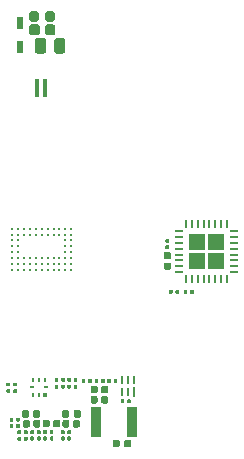
<source format=gbr>
G04 #@! TF.GenerationSoftware,KiCad,Pcbnew,(5.1.5)-3*
G04 #@! TF.CreationDate,2020-06-25T20:31:31-07:00*
G04 #@! TF.ProjectId,Miniscope-v4-Rigid-Flex,4d696e69-7363-46f7-9065-2d76342d5269,rev?*
G04 #@! TF.SameCoordinates,Original*
G04 #@! TF.FileFunction,Paste,Bot*
G04 #@! TF.FilePolarity,Positive*
%FSLAX46Y46*%
G04 Gerber Fmt 4.6, Leading zero omitted, Abs format (unit mm)*
G04 Created by KiCad (PCBNEW (5.1.5)-3) date 2020-06-25 20:31:31*
%MOMM*%
%LPD*%
G04 APERTURE LIST*
%ADD10C,0.100000*%
%ADD11R,0.870000X2.620000*%
%ADD12R,0.270000X0.740000*%
%ADD13R,0.270000X0.820000*%
%ADD14R,0.270800X0.450800*%
%ADD15R,0.370800X0.450800*%
%ADD16R,0.450800X0.270800*%
%ADD17C,0.250000*%
%ADD18R,0.680000X0.260000*%
%ADD19R,0.260000X0.680000*%
%ADD20R,1.350000X1.350000*%
%ADD21R,0.540000X1.060000*%
%ADD22R,0.450000X1.500000*%
G04 APERTURE END LIST*
D10*
G36*
X114741296Y-116868373D02*
G01*
X114748819Y-116869489D01*
X114756197Y-116871337D01*
X114763358Y-116873899D01*
X114770233Y-116877151D01*
X114776757Y-116881061D01*
X114782865Y-116885592D01*
X114788501Y-116890699D01*
X114793608Y-116896335D01*
X114798139Y-116902443D01*
X114802049Y-116908967D01*
X114805301Y-116915842D01*
X114807863Y-116923003D01*
X114809711Y-116930381D01*
X114810827Y-116937904D01*
X114811200Y-116945500D01*
X114811200Y-117130500D01*
X114810827Y-117138096D01*
X114809711Y-117145619D01*
X114807863Y-117152997D01*
X114805301Y-117160158D01*
X114802049Y-117167033D01*
X114798139Y-117173557D01*
X114793608Y-117179665D01*
X114788501Y-117185301D01*
X114782865Y-117190408D01*
X114776757Y-117194939D01*
X114770233Y-117198849D01*
X114763358Y-117202101D01*
X114756197Y-117204663D01*
X114748819Y-117206511D01*
X114741296Y-117207627D01*
X114733700Y-117208000D01*
X114578700Y-117208000D01*
X114571104Y-117207627D01*
X114563581Y-117206511D01*
X114556203Y-117204663D01*
X114549042Y-117202101D01*
X114542167Y-117198849D01*
X114535643Y-117194939D01*
X114529535Y-117190408D01*
X114523899Y-117185301D01*
X114518792Y-117179665D01*
X114514261Y-117173557D01*
X114510351Y-117167033D01*
X114507099Y-117160158D01*
X114504537Y-117152997D01*
X114502689Y-117145619D01*
X114501573Y-117138096D01*
X114501200Y-117130500D01*
X114501200Y-116945500D01*
X114501573Y-116937904D01*
X114502689Y-116930381D01*
X114504537Y-116923003D01*
X114507099Y-116915842D01*
X114510351Y-116908967D01*
X114514261Y-116902443D01*
X114518792Y-116896335D01*
X114523899Y-116890699D01*
X114529535Y-116885592D01*
X114535643Y-116881061D01*
X114542167Y-116877151D01*
X114549042Y-116873899D01*
X114556203Y-116871337D01*
X114563581Y-116869489D01*
X114571104Y-116868373D01*
X114578700Y-116868000D01*
X114733700Y-116868000D01*
X114741296Y-116868373D01*
G37*
G36*
X115291296Y-116868373D02*
G01*
X115298819Y-116869489D01*
X115306197Y-116871337D01*
X115313358Y-116873899D01*
X115320233Y-116877151D01*
X115326757Y-116881061D01*
X115332865Y-116885592D01*
X115338501Y-116890699D01*
X115343608Y-116896335D01*
X115348139Y-116902443D01*
X115352049Y-116908967D01*
X115355301Y-116915842D01*
X115357863Y-116923003D01*
X115359711Y-116930381D01*
X115360827Y-116937904D01*
X115361200Y-116945500D01*
X115361200Y-117130500D01*
X115360827Y-117138096D01*
X115359711Y-117145619D01*
X115357863Y-117152997D01*
X115355301Y-117160158D01*
X115352049Y-117167033D01*
X115348139Y-117173557D01*
X115343608Y-117179665D01*
X115338501Y-117185301D01*
X115332865Y-117190408D01*
X115326757Y-117194939D01*
X115320233Y-117198849D01*
X115313358Y-117202101D01*
X115306197Y-117204663D01*
X115298819Y-117206511D01*
X115291296Y-117207627D01*
X115283700Y-117208000D01*
X115128700Y-117208000D01*
X115121104Y-117207627D01*
X115113581Y-117206511D01*
X115106203Y-117204663D01*
X115099042Y-117202101D01*
X115092167Y-117198849D01*
X115085643Y-117194939D01*
X115079535Y-117190408D01*
X115073899Y-117185301D01*
X115068792Y-117179665D01*
X115064261Y-117173557D01*
X115060351Y-117167033D01*
X115057099Y-117160158D01*
X115054537Y-117152997D01*
X115052689Y-117145619D01*
X115051573Y-117138096D01*
X115051200Y-117130500D01*
X115051200Y-116945500D01*
X115051573Y-116937904D01*
X115052689Y-116930381D01*
X115054537Y-116923003D01*
X115057099Y-116915842D01*
X115060351Y-116908967D01*
X115064261Y-116902443D01*
X115068792Y-116896335D01*
X115073899Y-116890699D01*
X115079535Y-116885592D01*
X115085643Y-116881061D01*
X115092167Y-116877151D01*
X115099042Y-116873899D01*
X115106203Y-116871337D01*
X115113581Y-116869489D01*
X115121104Y-116868373D01*
X115128700Y-116868000D01*
X115283700Y-116868000D01*
X115291296Y-116868373D01*
G37*
G36*
X116535896Y-116868373D02*
G01*
X116543419Y-116869489D01*
X116550797Y-116871337D01*
X116557958Y-116873899D01*
X116564833Y-116877151D01*
X116571357Y-116881061D01*
X116577465Y-116885592D01*
X116583101Y-116890699D01*
X116588208Y-116896335D01*
X116592739Y-116902443D01*
X116596649Y-116908967D01*
X116599901Y-116915842D01*
X116602463Y-116923003D01*
X116604311Y-116930381D01*
X116605427Y-116937904D01*
X116605800Y-116945500D01*
X116605800Y-117130500D01*
X116605427Y-117138096D01*
X116604311Y-117145619D01*
X116602463Y-117152997D01*
X116599901Y-117160158D01*
X116596649Y-117167033D01*
X116592739Y-117173557D01*
X116588208Y-117179665D01*
X116583101Y-117185301D01*
X116577465Y-117190408D01*
X116571357Y-117194939D01*
X116564833Y-117198849D01*
X116557958Y-117202101D01*
X116550797Y-117204663D01*
X116543419Y-117206511D01*
X116535896Y-117207627D01*
X116528300Y-117208000D01*
X116373300Y-117208000D01*
X116365704Y-117207627D01*
X116358181Y-117206511D01*
X116350803Y-117204663D01*
X116343642Y-117202101D01*
X116336767Y-117198849D01*
X116330243Y-117194939D01*
X116324135Y-117190408D01*
X116318499Y-117185301D01*
X116313392Y-117179665D01*
X116308861Y-117173557D01*
X116304951Y-117167033D01*
X116301699Y-117160158D01*
X116299137Y-117152997D01*
X116297289Y-117145619D01*
X116296173Y-117138096D01*
X116295800Y-117130500D01*
X116295800Y-116945500D01*
X116296173Y-116937904D01*
X116297289Y-116930381D01*
X116299137Y-116923003D01*
X116301699Y-116915842D01*
X116304951Y-116908967D01*
X116308861Y-116902443D01*
X116313392Y-116896335D01*
X116318499Y-116890699D01*
X116324135Y-116885592D01*
X116330243Y-116881061D01*
X116336767Y-116877151D01*
X116343642Y-116873899D01*
X116350803Y-116871337D01*
X116358181Y-116869489D01*
X116365704Y-116868373D01*
X116373300Y-116868000D01*
X116528300Y-116868000D01*
X116535896Y-116868373D01*
G37*
G36*
X115985896Y-116868373D02*
G01*
X115993419Y-116869489D01*
X116000797Y-116871337D01*
X116007958Y-116873899D01*
X116014833Y-116877151D01*
X116021357Y-116881061D01*
X116027465Y-116885592D01*
X116033101Y-116890699D01*
X116038208Y-116896335D01*
X116042739Y-116902443D01*
X116046649Y-116908967D01*
X116049901Y-116915842D01*
X116052463Y-116923003D01*
X116054311Y-116930381D01*
X116055427Y-116937904D01*
X116055800Y-116945500D01*
X116055800Y-117130500D01*
X116055427Y-117138096D01*
X116054311Y-117145619D01*
X116052463Y-117152997D01*
X116049901Y-117160158D01*
X116046649Y-117167033D01*
X116042739Y-117173557D01*
X116038208Y-117179665D01*
X116033101Y-117185301D01*
X116027465Y-117190408D01*
X116021357Y-117194939D01*
X116014833Y-117198849D01*
X116007958Y-117202101D01*
X116000797Y-117204663D01*
X115993419Y-117206511D01*
X115985896Y-117207627D01*
X115978300Y-117208000D01*
X115823300Y-117208000D01*
X115815704Y-117207627D01*
X115808181Y-117206511D01*
X115800803Y-117204663D01*
X115793642Y-117202101D01*
X115786767Y-117198849D01*
X115780243Y-117194939D01*
X115774135Y-117190408D01*
X115768499Y-117185301D01*
X115763392Y-117179665D01*
X115758861Y-117173557D01*
X115754951Y-117167033D01*
X115751699Y-117160158D01*
X115749137Y-117152997D01*
X115747289Y-117145619D01*
X115746173Y-117138096D01*
X115745800Y-117130500D01*
X115745800Y-116945500D01*
X115746173Y-116937904D01*
X115747289Y-116930381D01*
X115749137Y-116923003D01*
X115751699Y-116915842D01*
X115754951Y-116908967D01*
X115758861Y-116902443D01*
X115763392Y-116896335D01*
X115768499Y-116890699D01*
X115774135Y-116885592D01*
X115780243Y-116881061D01*
X115786767Y-116877151D01*
X115793642Y-116873899D01*
X115800803Y-116871337D01*
X115808181Y-116869489D01*
X115815704Y-116868373D01*
X115823300Y-116868000D01*
X115978300Y-116868000D01*
X115985896Y-116868373D01*
G37*
G36*
X101807896Y-128239573D02*
G01*
X101815419Y-128240689D01*
X101822797Y-128242537D01*
X101829958Y-128245099D01*
X101836833Y-128248351D01*
X101843357Y-128252261D01*
X101849465Y-128256792D01*
X101855101Y-128261899D01*
X101860208Y-128267535D01*
X101864739Y-128273643D01*
X101868649Y-128280167D01*
X101871901Y-128287042D01*
X101874463Y-128294203D01*
X101876311Y-128301581D01*
X101877427Y-128309104D01*
X101877800Y-128316700D01*
X101877800Y-128501700D01*
X101877427Y-128509296D01*
X101876311Y-128516819D01*
X101874463Y-128524197D01*
X101871901Y-128531358D01*
X101868649Y-128538233D01*
X101864739Y-128544757D01*
X101860208Y-128550865D01*
X101855101Y-128556501D01*
X101849465Y-128561608D01*
X101843357Y-128566139D01*
X101836833Y-128570049D01*
X101829958Y-128573301D01*
X101822797Y-128575863D01*
X101815419Y-128577711D01*
X101807896Y-128578827D01*
X101800300Y-128579200D01*
X101645300Y-128579200D01*
X101637704Y-128578827D01*
X101630181Y-128577711D01*
X101622803Y-128575863D01*
X101615642Y-128573301D01*
X101608767Y-128570049D01*
X101602243Y-128566139D01*
X101596135Y-128561608D01*
X101590499Y-128556501D01*
X101585392Y-128550865D01*
X101580861Y-128544757D01*
X101576951Y-128538233D01*
X101573699Y-128531358D01*
X101571137Y-128524197D01*
X101569289Y-128516819D01*
X101568173Y-128509296D01*
X101567800Y-128501700D01*
X101567800Y-128316700D01*
X101568173Y-128309104D01*
X101569289Y-128301581D01*
X101571137Y-128294203D01*
X101573699Y-128287042D01*
X101576951Y-128280167D01*
X101580861Y-128273643D01*
X101585392Y-128267535D01*
X101590499Y-128261899D01*
X101596135Y-128256792D01*
X101602243Y-128252261D01*
X101608767Y-128248351D01*
X101615642Y-128245099D01*
X101622803Y-128242537D01*
X101630181Y-128240689D01*
X101637704Y-128239573D01*
X101645300Y-128239200D01*
X101800300Y-128239200D01*
X101807896Y-128239573D01*
G37*
G36*
X101257896Y-128239573D02*
G01*
X101265419Y-128240689D01*
X101272797Y-128242537D01*
X101279958Y-128245099D01*
X101286833Y-128248351D01*
X101293357Y-128252261D01*
X101299465Y-128256792D01*
X101305101Y-128261899D01*
X101310208Y-128267535D01*
X101314739Y-128273643D01*
X101318649Y-128280167D01*
X101321901Y-128287042D01*
X101324463Y-128294203D01*
X101326311Y-128301581D01*
X101327427Y-128309104D01*
X101327800Y-128316700D01*
X101327800Y-128501700D01*
X101327427Y-128509296D01*
X101326311Y-128516819D01*
X101324463Y-128524197D01*
X101321901Y-128531358D01*
X101318649Y-128538233D01*
X101314739Y-128544757D01*
X101310208Y-128550865D01*
X101305101Y-128556501D01*
X101299465Y-128561608D01*
X101293357Y-128566139D01*
X101286833Y-128570049D01*
X101279958Y-128573301D01*
X101272797Y-128575863D01*
X101265419Y-128577711D01*
X101257896Y-128578827D01*
X101250300Y-128579200D01*
X101095300Y-128579200D01*
X101087704Y-128578827D01*
X101080181Y-128577711D01*
X101072803Y-128575863D01*
X101065642Y-128573301D01*
X101058767Y-128570049D01*
X101052243Y-128566139D01*
X101046135Y-128561608D01*
X101040499Y-128556501D01*
X101035392Y-128550865D01*
X101030861Y-128544757D01*
X101026951Y-128538233D01*
X101023699Y-128531358D01*
X101021137Y-128524197D01*
X101019289Y-128516819D01*
X101018173Y-128509296D01*
X101017800Y-128501700D01*
X101017800Y-128316700D01*
X101018173Y-128309104D01*
X101019289Y-128301581D01*
X101021137Y-128294203D01*
X101023699Y-128287042D01*
X101026951Y-128280167D01*
X101030861Y-128273643D01*
X101035392Y-128267535D01*
X101040499Y-128261899D01*
X101046135Y-128256792D01*
X101052243Y-128252261D01*
X101058767Y-128248351D01*
X101065642Y-128245099D01*
X101072803Y-128242537D01*
X101080181Y-128240689D01*
X101087704Y-128239573D01*
X101095300Y-128239200D01*
X101250300Y-128239200D01*
X101257896Y-128239573D01*
G37*
G36*
X102468296Y-128747573D02*
G01*
X102475819Y-128748689D01*
X102483197Y-128750537D01*
X102490358Y-128753099D01*
X102497233Y-128756351D01*
X102503757Y-128760261D01*
X102509865Y-128764792D01*
X102515501Y-128769899D01*
X102520608Y-128775535D01*
X102525139Y-128781643D01*
X102529049Y-128788167D01*
X102532301Y-128795042D01*
X102534863Y-128802203D01*
X102536711Y-128809581D01*
X102537827Y-128817104D01*
X102538200Y-128824700D01*
X102538200Y-129009700D01*
X102537827Y-129017296D01*
X102536711Y-129024819D01*
X102534863Y-129032197D01*
X102532301Y-129039358D01*
X102529049Y-129046233D01*
X102525139Y-129052757D01*
X102520608Y-129058865D01*
X102515501Y-129064501D01*
X102509865Y-129069608D01*
X102503757Y-129074139D01*
X102497233Y-129078049D01*
X102490358Y-129081301D01*
X102483197Y-129083863D01*
X102475819Y-129085711D01*
X102468296Y-129086827D01*
X102460700Y-129087200D01*
X102305700Y-129087200D01*
X102298104Y-129086827D01*
X102290581Y-129085711D01*
X102283203Y-129083863D01*
X102276042Y-129081301D01*
X102269167Y-129078049D01*
X102262643Y-129074139D01*
X102256535Y-129069608D01*
X102250899Y-129064501D01*
X102245792Y-129058865D01*
X102241261Y-129052757D01*
X102237351Y-129046233D01*
X102234099Y-129039358D01*
X102231537Y-129032197D01*
X102229689Y-129024819D01*
X102228573Y-129017296D01*
X102228200Y-129009700D01*
X102228200Y-128824700D01*
X102228573Y-128817104D01*
X102229689Y-128809581D01*
X102231537Y-128802203D01*
X102234099Y-128795042D01*
X102237351Y-128788167D01*
X102241261Y-128781643D01*
X102245792Y-128775535D01*
X102250899Y-128769899D01*
X102256535Y-128764792D01*
X102262643Y-128760261D01*
X102269167Y-128756351D01*
X102276042Y-128753099D01*
X102283203Y-128750537D01*
X102290581Y-128748689D01*
X102298104Y-128747573D01*
X102305700Y-128747200D01*
X102460700Y-128747200D01*
X102468296Y-128747573D01*
G37*
G36*
X101918296Y-128747573D02*
G01*
X101925819Y-128748689D01*
X101933197Y-128750537D01*
X101940358Y-128753099D01*
X101947233Y-128756351D01*
X101953757Y-128760261D01*
X101959865Y-128764792D01*
X101965501Y-128769899D01*
X101970608Y-128775535D01*
X101975139Y-128781643D01*
X101979049Y-128788167D01*
X101982301Y-128795042D01*
X101984863Y-128802203D01*
X101986711Y-128809581D01*
X101987827Y-128817104D01*
X101988200Y-128824700D01*
X101988200Y-129009700D01*
X101987827Y-129017296D01*
X101986711Y-129024819D01*
X101984863Y-129032197D01*
X101982301Y-129039358D01*
X101979049Y-129046233D01*
X101975139Y-129052757D01*
X101970608Y-129058865D01*
X101965501Y-129064501D01*
X101959865Y-129069608D01*
X101953757Y-129074139D01*
X101947233Y-129078049D01*
X101940358Y-129081301D01*
X101933197Y-129083863D01*
X101925819Y-129085711D01*
X101918296Y-129086827D01*
X101910700Y-129087200D01*
X101755700Y-129087200D01*
X101748104Y-129086827D01*
X101740581Y-129085711D01*
X101733203Y-129083863D01*
X101726042Y-129081301D01*
X101719167Y-129078049D01*
X101712643Y-129074139D01*
X101706535Y-129069608D01*
X101700899Y-129064501D01*
X101695792Y-129058865D01*
X101691261Y-129052757D01*
X101687351Y-129046233D01*
X101684099Y-129039358D01*
X101681537Y-129032197D01*
X101679689Y-129024819D01*
X101678573Y-129017296D01*
X101678200Y-129009700D01*
X101678200Y-128824700D01*
X101678573Y-128817104D01*
X101679689Y-128809581D01*
X101681537Y-128802203D01*
X101684099Y-128795042D01*
X101687351Y-128788167D01*
X101691261Y-128781643D01*
X101695792Y-128775535D01*
X101700899Y-128769899D01*
X101706535Y-128764792D01*
X101712643Y-128760261D01*
X101719167Y-128756351D01*
X101726042Y-128753099D01*
X101733203Y-128750537D01*
X101740581Y-128748689D01*
X101748104Y-128747573D01*
X101755700Y-128747200D01*
X101910700Y-128747200D01*
X101918296Y-128747573D01*
G37*
G36*
X101257896Y-127680773D02*
G01*
X101265419Y-127681889D01*
X101272797Y-127683737D01*
X101279958Y-127686299D01*
X101286833Y-127689551D01*
X101293357Y-127693461D01*
X101299465Y-127697992D01*
X101305101Y-127703099D01*
X101310208Y-127708735D01*
X101314739Y-127714843D01*
X101318649Y-127721367D01*
X101321901Y-127728242D01*
X101324463Y-127735403D01*
X101326311Y-127742781D01*
X101327427Y-127750304D01*
X101327800Y-127757900D01*
X101327800Y-127942900D01*
X101327427Y-127950496D01*
X101326311Y-127958019D01*
X101324463Y-127965397D01*
X101321901Y-127972558D01*
X101318649Y-127979433D01*
X101314739Y-127985957D01*
X101310208Y-127992065D01*
X101305101Y-127997701D01*
X101299465Y-128002808D01*
X101293357Y-128007339D01*
X101286833Y-128011249D01*
X101279958Y-128014501D01*
X101272797Y-128017063D01*
X101265419Y-128018911D01*
X101257896Y-128020027D01*
X101250300Y-128020400D01*
X101095300Y-128020400D01*
X101087704Y-128020027D01*
X101080181Y-128018911D01*
X101072803Y-128017063D01*
X101065642Y-128014501D01*
X101058767Y-128011249D01*
X101052243Y-128007339D01*
X101046135Y-128002808D01*
X101040499Y-127997701D01*
X101035392Y-127992065D01*
X101030861Y-127985957D01*
X101026951Y-127979433D01*
X101023699Y-127972558D01*
X101021137Y-127965397D01*
X101019289Y-127958019D01*
X101018173Y-127950496D01*
X101017800Y-127942900D01*
X101017800Y-127757900D01*
X101018173Y-127750304D01*
X101019289Y-127742781D01*
X101021137Y-127735403D01*
X101023699Y-127728242D01*
X101026951Y-127721367D01*
X101030861Y-127714843D01*
X101035392Y-127708735D01*
X101040499Y-127703099D01*
X101046135Y-127697992D01*
X101052243Y-127693461D01*
X101058767Y-127689551D01*
X101065642Y-127686299D01*
X101072803Y-127683737D01*
X101080181Y-127681889D01*
X101087704Y-127680773D01*
X101095300Y-127680400D01*
X101250300Y-127680400D01*
X101257896Y-127680773D01*
G37*
G36*
X101807896Y-127680773D02*
G01*
X101815419Y-127681889D01*
X101822797Y-127683737D01*
X101829958Y-127686299D01*
X101836833Y-127689551D01*
X101843357Y-127693461D01*
X101849465Y-127697992D01*
X101855101Y-127703099D01*
X101860208Y-127708735D01*
X101864739Y-127714843D01*
X101868649Y-127721367D01*
X101871901Y-127728242D01*
X101874463Y-127735403D01*
X101876311Y-127742781D01*
X101877427Y-127750304D01*
X101877800Y-127757900D01*
X101877800Y-127942900D01*
X101877427Y-127950496D01*
X101876311Y-127958019D01*
X101874463Y-127965397D01*
X101871901Y-127972558D01*
X101868649Y-127979433D01*
X101864739Y-127985957D01*
X101860208Y-127992065D01*
X101855101Y-127997701D01*
X101849465Y-128002808D01*
X101843357Y-128007339D01*
X101836833Y-128011249D01*
X101829958Y-128014501D01*
X101822797Y-128017063D01*
X101815419Y-128018911D01*
X101807896Y-128020027D01*
X101800300Y-128020400D01*
X101645300Y-128020400D01*
X101637704Y-128020027D01*
X101630181Y-128018911D01*
X101622803Y-128017063D01*
X101615642Y-128014501D01*
X101608767Y-128011249D01*
X101602243Y-128007339D01*
X101596135Y-128002808D01*
X101590499Y-127997701D01*
X101585392Y-127992065D01*
X101580861Y-127985957D01*
X101576951Y-127979433D01*
X101573699Y-127972558D01*
X101571137Y-127965397D01*
X101569289Y-127958019D01*
X101568173Y-127950496D01*
X101567800Y-127942900D01*
X101567800Y-127757900D01*
X101568173Y-127750304D01*
X101569289Y-127742781D01*
X101571137Y-127735403D01*
X101573699Y-127728242D01*
X101576951Y-127721367D01*
X101580861Y-127714843D01*
X101585392Y-127708735D01*
X101590499Y-127703099D01*
X101596135Y-127697992D01*
X101602243Y-127693461D01*
X101608767Y-127689551D01*
X101615642Y-127686299D01*
X101622803Y-127683737D01*
X101630181Y-127681889D01*
X101637704Y-127680773D01*
X101645300Y-127680400D01*
X101800300Y-127680400D01*
X101807896Y-127680773D01*
G37*
G36*
X111201896Y-126139373D02*
G01*
X111209419Y-126140489D01*
X111216797Y-126142337D01*
X111223958Y-126144899D01*
X111230833Y-126148151D01*
X111237357Y-126152061D01*
X111243465Y-126156592D01*
X111249101Y-126161699D01*
X111254208Y-126167335D01*
X111258739Y-126173443D01*
X111262649Y-126179967D01*
X111265901Y-126186842D01*
X111268463Y-126194003D01*
X111270311Y-126201381D01*
X111271427Y-126208904D01*
X111271800Y-126216500D01*
X111271800Y-126401500D01*
X111271427Y-126409096D01*
X111270311Y-126416619D01*
X111268463Y-126423997D01*
X111265901Y-126431158D01*
X111262649Y-126438033D01*
X111258739Y-126444557D01*
X111254208Y-126450665D01*
X111249101Y-126456301D01*
X111243465Y-126461408D01*
X111237357Y-126465939D01*
X111230833Y-126469849D01*
X111223958Y-126473101D01*
X111216797Y-126475663D01*
X111209419Y-126477511D01*
X111201896Y-126478627D01*
X111194300Y-126479000D01*
X111039300Y-126479000D01*
X111031704Y-126478627D01*
X111024181Y-126477511D01*
X111016803Y-126475663D01*
X111009642Y-126473101D01*
X111002767Y-126469849D01*
X110996243Y-126465939D01*
X110990135Y-126461408D01*
X110984499Y-126456301D01*
X110979392Y-126450665D01*
X110974861Y-126444557D01*
X110970951Y-126438033D01*
X110967699Y-126431158D01*
X110965137Y-126423997D01*
X110963289Y-126416619D01*
X110962173Y-126409096D01*
X110961800Y-126401500D01*
X110961800Y-126216500D01*
X110962173Y-126208904D01*
X110963289Y-126201381D01*
X110965137Y-126194003D01*
X110967699Y-126186842D01*
X110970951Y-126179967D01*
X110974861Y-126173443D01*
X110979392Y-126167335D01*
X110984499Y-126161699D01*
X110990135Y-126156592D01*
X110996243Y-126152061D01*
X111002767Y-126148151D01*
X111009642Y-126144899D01*
X111016803Y-126142337D01*
X111024181Y-126140489D01*
X111031704Y-126139373D01*
X111039300Y-126139000D01*
X111194300Y-126139000D01*
X111201896Y-126139373D01*
G37*
G36*
X110651896Y-126139373D02*
G01*
X110659419Y-126140489D01*
X110666797Y-126142337D01*
X110673958Y-126144899D01*
X110680833Y-126148151D01*
X110687357Y-126152061D01*
X110693465Y-126156592D01*
X110699101Y-126161699D01*
X110704208Y-126167335D01*
X110708739Y-126173443D01*
X110712649Y-126179967D01*
X110715901Y-126186842D01*
X110718463Y-126194003D01*
X110720311Y-126201381D01*
X110721427Y-126208904D01*
X110721800Y-126216500D01*
X110721800Y-126401500D01*
X110721427Y-126409096D01*
X110720311Y-126416619D01*
X110718463Y-126423997D01*
X110715901Y-126431158D01*
X110712649Y-126438033D01*
X110708739Y-126444557D01*
X110704208Y-126450665D01*
X110699101Y-126456301D01*
X110693465Y-126461408D01*
X110687357Y-126465939D01*
X110680833Y-126469849D01*
X110673958Y-126473101D01*
X110666797Y-126475663D01*
X110659419Y-126477511D01*
X110651896Y-126478627D01*
X110644300Y-126479000D01*
X110489300Y-126479000D01*
X110481704Y-126478627D01*
X110474181Y-126477511D01*
X110466803Y-126475663D01*
X110459642Y-126473101D01*
X110452767Y-126469849D01*
X110446243Y-126465939D01*
X110440135Y-126461408D01*
X110434499Y-126456301D01*
X110429392Y-126450665D01*
X110424861Y-126444557D01*
X110420951Y-126438033D01*
X110417699Y-126431158D01*
X110415137Y-126423997D01*
X110413289Y-126416619D01*
X110412173Y-126409096D01*
X110411800Y-126401500D01*
X110411800Y-126216500D01*
X110412173Y-126208904D01*
X110413289Y-126201381D01*
X110415137Y-126194003D01*
X110417699Y-126186842D01*
X110420951Y-126179967D01*
X110424861Y-126173443D01*
X110429392Y-126167335D01*
X110434499Y-126161699D01*
X110440135Y-126156592D01*
X110446243Y-126152061D01*
X110452767Y-126148151D01*
X110459642Y-126144899D01*
X110466803Y-126142337D01*
X110474181Y-126140489D01*
X110481704Y-126139373D01*
X110489300Y-126139000D01*
X110644300Y-126139000D01*
X110651896Y-126139373D01*
G37*
G36*
X107353896Y-124404173D02*
G01*
X107361419Y-124405289D01*
X107368797Y-124407137D01*
X107375958Y-124409699D01*
X107382833Y-124412951D01*
X107389357Y-124416861D01*
X107395465Y-124421392D01*
X107401101Y-124426499D01*
X107406208Y-124432135D01*
X107410739Y-124438243D01*
X107414649Y-124444767D01*
X107417901Y-124451642D01*
X107420463Y-124458803D01*
X107422311Y-124466181D01*
X107423427Y-124473704D01*
X107423800Y-124481300D01*
X107423800Y-124666300D01*
X107423427Y-124673896D01*
X107422311Y-124681419D01*
X107420463Y-124688797D01*
X107417901Y-124695958D01*
X107414649Y-124702833D01*
X107410739Y-124709357D01*
X107406208Y-124715465D01*
X107401101Y-124721101D01*
X107395465Y-124726208D01*
X107389357Y-124730739D01*
X107382833Y-124734649D01*
X107375958Y-124737901D01*
X107368797Y-124740463D01*
X107361419Y-124742311D01*
X107353896Y-124743427D01*
X107346300Y-124743800D01*
X107191300Y-124743800D01*
X107183704Y-124743427D01*
X107176181Y-124742311D01*
X107168803Y-124740463D01*
X107161642Y-124737901D01*
X107154767Y-124734649D01*
X107148243Y-124730739D01*
X107142135Y-124726208D01*
X107136499Y-124721101D01*
X107131392Y-124715465D01*
X107126861Y-124709357D01*
X107122951Y-124702833D01*
X107119699Y-124695958D01*
X107117137Y-124688797D01*
X107115289Y-124681419D01*
X107114173Y-124673896D01*
X107113800Y-124666300D01*
X107113800Y-124481300D01*
X107114173Y-124473704D01*
X107115289Y-124466181D01*
X107117137Y-124458803D01*
X107119699Y-124451642D01*
X107122951Y-124444767D01*
X107126861Y-124438243D01*
X107131392Y-124432135D01*
X107136499Y-124426499D01*
X107142135Y-124421392D01*
X107148243Y-124416861D01*
X107154767Y-124412951D01*
X107161642Y-124409699D01*
X107168803Y-124407137D01*
X107176181Y-124405289D01*
X107183704Y-124404173D01*
X107191300Y-124403800D01*
X107346300Y-124403800D01*
X107353896Y-124404173D01*
G37*
G36*
X107903896Y-124404173D02*
G01*
X107911419Y-124405289D01*
X107918797Y-124407137D01*
X107925958Y-124409699D01*
X107932833Y-124412951D01*
X107939357Y-124416861D01*
X107945465Y-124421392D01*
X107951101Y-124426499D01*
X107956208Y-124432135D01*
X107960739Y-124438243D01*
X107964649Y-124444767D01*
X107967901Y-124451642D01*
X107970463Y-124458803D01*
X107972311Y-124466181D01*
X107973427Y-124473704D01*
X107973800Y-124481300D01*
X107973800Y-124666300D01*
X107973427Y-124673896D01*
X107972311Y-124681419D01*
X107970463Y-124688797D01*
X107967901Y-124695958D01*
X107964649Y-124702833D01*
X107960739Y-124709357D01*
X107956208Y-124715465D01*
X107951101Y-124721101D01*
X107945465Y-124726208D01*
X107939357Y-124730739D01*
X107932833Y-124734649D01*
X107925958Y-124737901D01*
X107918797Y-124740463D01*
X107911419Y-124742311D01*
X107903896Y-124743427D01*
X107896300Y-124743800D01*
X107741300Y-124743800D01*
X107733704Y-124743427D01*
X107726181Y-124742311D01*
X107718803Y-124740463D01*
X107711642Y-124737901D01*
X107704767Y-124734649D01*
X107698243Y-124730739D01*
X107692135Y-124726208D01*
X107686499Y-124721101D01*
X107681392Y-124715465D01*
X107676861Y-124709357D01*
X107672951Y-124702833D01*
X107669699Y-124695958D01*
X107667137Y-124688797D01*
X107665289Y-124681419D01*
X107664173Y-124673896D01*
X107663800Y-124666300D01*
X107663800Y-124481300D01*
X107664173Y-124473704D01*
X107665289Y-124466181D01*
X107667137Y-124458803D01*
X107669699Y-124451642D01*
X107672951Y-124444767D01*
X107676861Y-124438243D01*
X107681392Y-124432135D01*
X107686499Y-124426499D01*
X107692135Y-124421392D01*
X107698243Y-124416861D01*
X107704767Y-124412951D01*
X107711642Y-124409699D01*
X107718803Y-124407137D01*
X107726181Y-124405289D01*
X107733704Y-124404173D01*
X107741300Y-124403800D01*
X107896300Y-124403800D01*
X107903896Y-124404173D01*
G37*
D11*
X108330200Y-128061600D03*
X111380200Y-128061600D03*
D10*
G36*
X106895358Y-127048510D02*
G01*
X106909676Y-127050634D01*
X106923717Y-127054151D01*
X106937346Y-127059028D01*
X106950431Y-127065217D01*
X106962847Y-127072658D01*
X106974473Y-127081281D01*
X106985198Y-127091002D01*
X106994919Y-127101727D01*
X107003542Y-127113353D01*
X107010983Y-127125769D01*
X107017172Y-127138854D01*
X107022049Y-127152483D01*
X107025566Y-127166524D01*
X107027690Y-127180842D01*
X107028400Y-127195300D01*
X107028400Y-127540300D01*
X107027690Y-127554758D01*
X107025566Y-127569076D01*
X107022049Y-127583117D01*
X107017172Y-127596746D01*
X107010983Y-127609831D01*
X107003542Y-127622247D01*
X106994919Y-127633873D01*
X106985198Y-127644598D01*
X106974473Y-127654319D01*
X106962847Y-127662942D01*
X106950431Y-127670383D01*
X106937346Y-127676572D01*
X106923717Y-127681449D01*
X106909676Y-127684966D01*
X106895358Y-127687090D01*
X106880900Y-127687800D01*
X106585900Y-127687800D01*
X106571442Y-127687090D01*
X106557124Y-127684966D01*
X106543083Y-127681449D01*
X106529454Y-127676572D01*
X106516369Y-127670383D01*
X106503953Y-127662942D01*
X106492327Y-127654319D01*
X106481602Y-127644598D01*
X106471881Y-127633873D01*
X106463258Y-127622247D01*
X106455817Y-127609831D01*
X106449628Y-127596746D01*
X106444751Y-127583117D01*
X106441234Y-127569076D01*
X106439110Y-127554758D01*
X106438400Y-127540300D01*
X106438400Y-127195300D01*
X106439110Y-127180842D01*
X106441234Y-127166524D01*
X106444751Y-127152483D01*
X106449628Y-127138854D01*
X106455817Y-127125769D01*
X106463258Y-127113353D01*
X106471881Y-127101727D01*
X106481602Y-127091002D01*
X106492327Y-127081281D01*
X106503953Y-127072658D01*
X106516369Y-127065217D01*
X106529454Y-127059028D01*
X106543083Y-127054151D01*
X106557124Y-127050634D01*
X106571442Y-127048510D01*
X106585900Y-127047800D01*
X106880900Y-127047800D01*
X106895358Y-127048510D01*
G37*
G36*
X105925358Y-127048510D02*
G01*
X105939676Y-127050634D01*
X105953717Y-127054151D01*
X105967346Y-127059028D01*
X105980431Y-127065217D01*
X105992847Y-127072658D01*
X106004473Y-127081281D01*
X106015198Y-127091002D01*
X106024919Y-127101727D01*
X106033542Y-127113353D01*
X106040983Y-127125769D01*
X106047172Y-127138854D01*
X106052049Y-127152483D01*
X106055566Y-127166524D01*
X106057690Y-127180842D01*
X106058400Y-127195300D01*
X106058400Y-127540300D01*
X106057690Y-127554758D01*
X106055566Y-127569076D01*
X106052049Y-127583117D01*
X106047172Y-127596746D01*
X106040983Y-127609831D01*
X106033542Y-127622247D01*
X106024919Y-127633873D01*
X106015198Y-127644598D01*
X106004473Y-127654319D01*
X105992847Y-127662942D01*
X105980431Y-127670383D01*
X105967346Y-127676572D01*
X105953717Y-127681449D01*
X105939676Y-127684966D01*
X105925358Y-127687090D01*
X105910900Y-127687800D01*
X105615900Y-127687800D01*
X105601442Y-127687090D01*
X105587124Y-127684966D01*
X105573083Y-127681449D01*
X105559454Y-127676572D01*
X105546369Y-127670383D01*
X105533953Y-127662942D01*
X105522327Y-127654319D01*
X105511602Y-127644598D01*
X105501881Y-127633873D01*
X105493258Y-127622247D01*
X105485817Y-127609831D01*
X105479628Y-127596746D01*
X105474751Y-127583117D01*
X105471234Y-127569076D01*
X105469110Y-127554758D01*
X105468400Y-127540300D01*
X105468400Y-127195300D01*
X105469110Y-127180842D01*
X105471234Y-127166524D01*
X105474751Y-127152483D01*
X105479628Y-127138854D01*
X105485817Y-127125769D01*
X105493258Y-127113353D01*
X105501881Y-127101727D01*
X105511602Y-127091002D01*
X105522327Y-127081281D01*
X105533953Y-127072658D01*
X105546369Y-127065217D01*
X105559454Y-127059028D01*
X105573083Y-127054151D01*
X105587124Y-127050634D01*
X105601442Y-127048510D01*
X105615900Y-127047800D01*
X105910900Y-127047800D01*
X105925358Y-127048510D01*
G37*
G36*
X102496358Y-127048510D02*
G01*
X102510676Y-127050634D01*
X102524717Y-127054151D01*
X102538346Y-127059028D01*
X102551431Y-127065217D01*
X102563847Y-127072658D01*
X102575473Y-127081281D01*
X102586198Y-127091002D01*
X102595919Y-127101727D01*
X102604542Y-127113353D01*
X102611983Y-127125769D01*
X102618172Y-127138854D01*
X102623049Y-127152483D01*
X102626566Y-127166524D01*
X102628690Y-127180842D01*
X102629400Y-127195300D01*
X102629400Y-127540300D01*
X102628690Y-127554758D01*
X102626566Y-127569076D01*
X102623049Y-127583117D01*
X102618172Y-127596746D01*
X102611983Y-127609831D01*
X102604542Y-127622247D01*
X102595919Y-127633873D01*
X102586198Y-127644598D01*
X102575473Y-127654319D01*
X102563847Y-127662942D01*
X102551431Y-127670383D01*
X102538346Y-127676572D01*
X102524717Y-127681449D01*
X102510676Y-127684966D01*
X102496358Y-127687090D01*
X102481900Y-127687800D01*
X102186900Y-127687800D01*
X102172442Y-127687090D01*
X102158124Y-127684966D01*
X102144083Y-127681449D01*
X102130454Y-127676572D01*
X102117369Y-127670383D01*
X102104953Y-127662942D01*
X102093327Y-127654319D01*
X102082602Y-127644598D01*
X102072881Y-127633873D01*
X102064258Y-127622247D01*
X102056817Y-127609831D01*
X102050628Y-127596746D01*
X102045751Y-127583117D01*
X102042234Y-127569076D01*
X102040110Y-127554758D01*
X102039400Y-127540300D01*
X102039400Y-127195300D01*
X102040110Y-127180842D01*
X102042234Y-127166524D01*
X102045751Y-127152483D01*
X102050628Y-127138854D01*
X102056817Y-127125769D01*
X102064258Y-127113353D01*
X102072881Y-127101727D01*
X102082602Y-127091002D01*
X102093327Y-127081281D01*
X102104953Y-127072658D01*
X102117369Y-127065217D01*
X102130454Y-127059028D01*
X102144083Y-127054151D01*
X102158124Y-127050634D01*
X102172442Y-127048510D01*
X102186900Y-127047800D01*
X102481900Y-127047800D01*
X102496358Y-127048510D01*
G37*
G36*
X103466358Y-127048510D02*
G01*
X103480676Y-127050634D01*
X103494717Y-127054151D01*
X103508346Y-127059028D01*
X103521431Y-127065217D01*
X103533847Y-127072658D01*
X103545473Y-127081281D01*
X103556198Y-127091002D01*
X103565919Y-127101727D01*
X103574542Y-127113353D01*
X103581983Y-127125769D01*
X103588172Y-127138854D01*
X103593049Y-127152483D01*
X103596566Y-127166524D01*
X103598690Y-127180842D01*
X103599400Y-127195300D01*
X103599400Y-127540300D01*
X103598690Y-127554758D01*
X103596566Y-127569076D01*
X103593049Y-127583117D01*
X103588172Y-127596746D01*
X103581983Y-127609831D01*
X103574542Y-127622247D01*
X103565919Y-127633873D01*
X103556198Y-127644598D01*
X103545473Y-127654319D01*
X103533847Y-127662942D01*
X103521431Y-127670383D01*
X103508346Y-127676572D01*
X103494717Y-127681449D01*
X103480676Y-127684966D01*
X103466358Y-127687090D01*
X103451900Y-127687800D01*
X103156900Y-127687800D01*
X103142442Y-127687090D01*
X103128124Y-127684966D01*
X103114083Y-127681449D01*
X103100454Y-127676572D01*
X103087369Y-127670383D01*
X103074953Y-127662942D01*
X103063327Y-127654319D01*
X103052602Y-127644598D01*
X103042881Y-127633873D01*
X103034258Y-127622247D01*
X103026817Y-127609831D01*
X103020628Y-127596746D01*
X103015751Y-127583117D01*
X103012234Y-127569076D01*
X103010110Y-127554758D01*
X103009400Y-127540300D01*
X103009400Y-127195300D01*
X103010110Y-127180842D01*
X103012234Y-127166524D01*
X103015751Y-127152483D01*
X103020628Y-127138854D01*
X103026817Y-127125769D01*
X103034258Y-127113353D01*
X103042881Y-127101727D01*
X103052602Y-127091002D01*
X103063327Y-127081281D01*
X103074953Y-127072658D01*
X103087369Y-127065217D01*
X103100454Y-127059028D01*
X103114083Y-127054151D01*
X103128124Y-127050634D01*
X103142442Y-127048510D01*
X103156900Y-127047800D01*
X103451900Y-127047800D01*
X103466358Y-127048510D01*
G37*
D12*
X111523600Y-124475600D03*
X111023600Y-124475600D03*
X110523600Y-124475600D03*
X110523600Y-125535600D03*
X111023600Y-125535600D03*
D13*
X111523600Y-125495600D03*
D10*
G36*
X106134696Y-124886773D02*
G01*
X106142219Y-124887889D01*
X106149597Y-124889737D01*
X106156758Y-124892299D01*
X106163633Y-124895551D01*
X106170157Y-124899461D01*
X106176265Y-124903992D01*
X106181901Y-124909099D01*
X106187008Y-124914735D01*
X106191539Y-124920843D01*
X106195449Y-124927367D01*
X106198701Y-124934242D01*
X106201263Y-124941403D01*
X106203111Y-124948781D01*
X106204227Y-124956304D01*
X106204600Y-124963900D01*
X106204600Y-125148900D01*
X106204227Y-125156496D01*
X106203111Y-125164019D01*
X106201263Y-125171397D01*
X106198701Y-125178558D01*
X106195449Y-125185433D01*
X106191539Y-125191957D01*
X106187008Y-125198065D01*
X106181901Y-125203701D01*
X106176265Y-125208808D01*
X106170157Y-125213339D01*
X106163633Y-125217249D01*
X106156758Y-125220501D01*
X106149597Y-125223063D01*
X106142219Y-125224911D01*
X106134696Y-125226027D01*
X106127100Y-125226400D01*
X105972100Y-125226400D01*
X105964504Y-125226027D01*
X105956981Y-125224911D01*
X105949603Y-125223063D01*
X105942442Y-125220501D01*
X105935567Y-125217249D01*
X105929043Y-125213339D01*
X105922935Y-125208808D01*
X105917299Y-125203701D01*
X105912192Y-125198065D01*
X105907661Y-125191957D01*
X105903751Y-125185433D01*
X105900499Y-125178558D01*
X105897937Y-125171397D01*
X105896089Y-125164019D01*
X105894973Y-125156496D01*
X105894600Y-125148900D01*
X105894600Y-124963900D01*
X105894973Y-124956304D01*
X105896089Y-124948781D01*
X105897937Y-124941403D01*
X105900499Y-124934242D01*
X105903751Y-124927367D01*
X105907661Y-124920843D01*
X105912192Y-124914735D01*
X105917299Y-124909099D01*
X105922935Y-124903992D01*
X105929043Y-124899461D01*
X105935567Y-124895551D01*
X105942442Y-124892299D01*
X105949603Y-124889737D01*
X105956981Y-124887889D01*
X105964504Y-124886773D01*
X105972100Y-124886400D01*
X106127100Y-124886400D01*
X106134696Y-124886773D01*
G37*
G36*
X106684696Y-124886773D02*
G01*
X106692219Y-124887889D01*
X106699597Y-124889737D01*
X106706758Y-124892299D01*
X106713633Y-124895551D01*
X106720157Y-124899461D01*
X106726265Y-124903992D01*
X106731901Y-124909099D01*
X106737008Y-124914735D01*
X106741539Y-124920843D01*
X106745449Y-124927367D01*
X106748701Y-124934242D01*
X106751263Y-124941403D01*
X106753111Y-124948781D01*
X106754227Y-124956304D01*
X106754600Y-124963900D01*
X106754600Y-125148900D01*
X106754227Y-125156496D01*
X106753111Y-125164019D01*
X106751263Y-125171397D01*
X106748701Y-125178558D01*
X106745449Y-125185433D01*
X106741539Y-125191957D01*
X106737008Y-125198065D01*
X106731901Y-125203701D01*
X106726265Y-125208808D01*
X106720157Y-125213339D01*
X106713633Y-125217249D01*
X106706758Y-125220501D01*
X106699597Y-125223063D01*
X106692219Y-125224911D01*
X106684696Y-125226027D01*
X106677100Y-125226400D01*
X106522100Y-125226400D01*
X106514504Y-125226027D01*
X106506981Y-125224911D01*
X106499603Y-125223063D01*
X106492442Y-125220501D01*
X106485567Y-125217249D01*
X106479043Y-125213339D01*
X106472935Y-125208808D01*
X106467299Y-125203701D01*
X106462192Y-125198065D01*
X106457661Y-125191957D01*
X106453751Y-125185433D01*
X106450499Y-125178558D01*
X106447937Y-125171397D01*
X106446089Y-125164019D01*
X106444973Y-125156496D01*
X106444600Y-125148900D01*
X106444600Y-124963900D01*
X106444973Y-124956304D01*
X106446089Y-124948781D01*
X106447937Y-124941403D01*
X106450499Y-124934242D01*
X106453751Y-124927367D01*
X106457661Y-124920843D01*
X106462192Y-124914735D01*
X106467299Y-124909099D01*
X106472935Y-124903992D01*
X106479043Y-124899461D01*
X106485567Y-124895551D01*
X106492442Y-124892299D01*
X106499603Y-124889737D01*
X106506981Y-124887889D01*
X106514504Y-124886773D01*
X106522100Y-124886400D01*
X106677100Y-124886400D01*
X106684696Y-124886773D01*
G37*
G36*
X106151296Y-129280973D02*
G01*
X106158819Y-129282089D01*
X106166197Y-129283937D01*
X106173358Y-129286499D01*
X106180233Y-129289751D01*
X106186757Y-129293661D01*
X106192865Y-129298192D01*
X106198501Y-129303299D01*
X106203608Y-129308935D01*
X106208139Y-129315043D01*
X106212049Y-129321567D01*
X106215301Y-129328442D01*
X106217863Y-129335603D01*
X106219711Y-129342981D01*
X106220827Y-129350504D01*
X106221200Y-129358100D01*
X106221200Y-129543100D01*
X106220827Y-129550696D01*
X106219711Y-129558219D01*
X106217863Y-129565597D01*
X106215301Y-129572758D01*
X106212049Y-129579633D01*
X106208139Y-129586157D01*
X106203608Y-129592265D01*
X106198501Y-129597901D01*
X106192865Y-129603008D01*
X106186757Y-129607539D01*
X106180233Y-129611449D01*
X106173358Y-129614701D01*
X106166197Y-129617263D01*
X106158819Y-129619111D01*
X106151296Y-129620227D01*
X106143700Y-129620600D01*
X105988700Y-129620600D01*
X105981104Y-129620227D01*
X105973581Y-129619111D01*
X105966203Y-129617263D01*
X105959042Y-129614701D01*
X105952167Y-129611449D01*
X105945643Y-129607539D01*
X105939535Y-129603008D01*
X105933899Y-129597901D01*
X105928792Y-129592265D01*
X105924261Y-129586157D01*
X105920351Y-129579633D01*
X105917099Y-129572758D01*
X105914537Y-129565597D01*
X105912689Y-129558219D01*
X105911573Y-129550696D01*
X105911200Y-129543100D01*
X105911200Y-129358100D01*
X105911573Y-129350504D01*
X105912689Y-129342981D01*
X105914537Y-129335603D01*
X105917099Y-129328442D01*
X105920351Y-129321567D01*
X105924261Y-129315043D01*
X105928792Y-129308935D01*
X105933899Y-129303299D01*
X105939535Y-129298192D01*
X105945643Y-129293661D01*
X105952167Y-129289751D01*
X105959042Y-129286499D01*
X105966203Y-129283937D01*
X105973581Y-129282089D01*
X105981104Y-129280973D01*
X105988700Y-129280600D01*
X106143700Y-129280600D01*
X106151296Y-129280973D01*
G37*
G36*
X105601296Y-129280973D02*
G01*
X105608819Y-129282089D01*
X105616197Y-129283937D01*
X105623358Y-129286499D01*
X105630233Y-129289751D01*
X105636757Y-129293661D01*
X105642865Y-129298192D01*
X105648501Y-129303299D01*
X105653608Y-129308935D01*
X105658139Y-129315043D01*
X105662049Y-129321567D01*
X105665301Y-129328442D01*
X105667863Y-129335603D01*
X105669711Y-129342981D01*
X105670827Y-129350504D01*
X105671200Y-129358100D01*
X105671200Y-129543100D01*
X105670827Y-129550696D01*
X105669711Y-129558219D01*
X105667863Y-129565597D01*
X105665301Y-129572758D01*
X105662049Y-129579633D01*
X105658139Y-129586157D01*
X105653608Y-129592265D01*
X105648501Y-129597901D01*
X105642865Y-129603008D01*
X105636757Y-129607539D01*
X105630233Y-129611449D01*
X105623358Y-129614701D01*
X105616197Y-129617263D01*
X105608819Y-129619111D01*
X105601296Y-129620227D01*
X105593700Y-129620600D01*
X105438700Y-129620600D01*
X105431104Y-129620227D01*
X105423581Y-129619111D01*
X105416203Y-129617263D01*
X105409042Y-129614701D01*
X105402167Y-129611449D01*
X105395643Y-129607539D01*
X105389535Y-129603008D01*
X105383899Y-129597901D01*
X105378792Y-129592265D01*
X105374261Y-129586157D01*
X105370351Y-129579633D01*
X105367099Y-129572758D01*
X105364537Y-129565597D01*
X105362689Y-129558219D01*
X105361573Y-129550696D01*
X105361200Y-129543100D01*
X105361200Y-129358100D01*
X105361573Y-129350504D01*
X105362689Y-129342981D01*
X105364537Y-129335603D01*
X105367099Y-129328442D01*
X105370351Y-129321567D01*
X105374261Y-129315043D01*
X105378792Y-129308935D01*
X105383899Y-129303299D01*
X105389535Y-129298192D01*
X105395643Y-129293661D01*
X105402167Y-129289751D01*
X105409042Y-129286499D01*
X105416203Y-129283937D01*
X105423581Y-129282089D01*
X105431104Y-129280973D01*
X105438700Y-129280600D01*
X105593700Y-129280600D01*
X105601296Y-129280973D01*
G37*
G36*
X105617896Y-124302573D02*
G01*
X105625419Y-124303689D01*
X105632797Y-124305537D01*
X105639958Y-124308099D01*
X105646833Y-124311351D01*
X105653357Y-124315261D01*
X105659465Y-124319792D01*
X105665101Y-124324899D01*
X105670208Y-124330535D01*
X105674739Y-124336643D01*
X105678649Y-124343167D01*
X105681901Y-124350042D01*
X105684463Y-124357203D01*
X105686311Y-124364581D01*
X105687427Y-124372104D01*
X105687800Y-124379700D01*
X105687800Y-124564700D01*
X105687427Y-124572296D01*
X105686311Y-124579819D01*
X105684463Y-124587197D01*
X105681901Y-124594358D01*
X105678649Y-124601233D01*
X105674739Y-124607757D01*
X105670208Y-124613865D01*
X105665101Y-124619501D01*
X105659465Y-124624608D01*
X105653357Y-124629139D01*
X105646833Y-124633049D01*
X105639958Y-124636301D01*
X105632797Y-124638863D01*
X105625419Y-124640711D01*
X105617896Y-124641827D01*
X105610300Y-124642200D01*
X105455300Y-124642200D01*
X105447704Y-124641827D01*
X105440181Y-124640711D01*
X105432803Y-124638863D01*
X105425642Y-124636301D01*
X105418767Y-124633049D01*
X105412243Y-124629139D01*
X105406135Y-124624608D01*
X105400499Y-124619501D01*
X105395392Y-124613865D01*
X105390861Y-124607757D01*
X105386951Y-124601233D01*
X105383699Y-124594358D01*
X105381137Y-124587197D01*
X105379289Y-124579819D01*
X105378173Y-124572296D01*
X105377800Y-124564700D01*
X105377800Y-124379700D01*
X105378173Y-124372104D01*
X105379289Y-124364581D01*
X105381137Y-124357203D01*
X105383699Y-124350042D01*
X105386951Y-124343167D01*
X105390861Y-124336643D01*
X105395392Y-124330535D01*
X105400499Y-124324899D01*
X105406135Y-124319792D01*
X105412243Y-124315261D01*
X105418767Y-124311351D01*
X105425642Y-124308099D01*
X105432803Y-124305537D01*
X105440181Y-124303689D01*
X105447704Y-124302573D01*
X105455300Y-124302200D01*
X105610300Y-124302200D01*
X105617896Y-124302573D01*
G37*
G36*
X105067896Y-124302573D02*
G01*
X105075419Y-124303689D01*
X105082797Y-124305537D01*
X105089958Y-124308099D01*
X105096833Y-124311351D01*
X105103357Y-124315261D01*
X105109465Y-124319792D01*
X105115101Y-124324899D01*
X105120208Y-124330535D01*
X105124739Y-124336643D01*
X105128649Y-124343167D01*
X105131901Y-124350042D01*
X105134463Y-124357203D01*
X105136311Y-124364581D01*
X105137427Y-124372104D01*
X105137800Y-124379700D01*
X105137800Y-124564700D01*
X105137427Y-124572296D01*
X105136311Y-124579819D01*
X105134463Y-124587197D01*
X105131901Y-124594358D01*
X105128649Y-124601233D01*
X105124739Y-124607757D01*
X105120208Y-124613865D01*
X105115101Y-124619501D01*
X105109465Y-124624608D01*
X105103357Y-124629139D01*
X105096833Y-124633049D01*
X105089958Y-124636301D01*
X105082797Y-124638863D01*
X105075419Y-124640711D01*
X105067896Y-124641827D01*
X105060300Y-124642200D01*
X104905300Y-124642200D01*
X104897704Y-124641827D01*
X104890181Y-124640711D01*
X104882803Y-124638863D01*
X104875642Y-124636301D01*
X104868767Y-124633049D01*
X104862243Y-124629139D01*
X104856135Y-124624608D01*
X104850499Y-124619501D01*
X104845392Y-124613865D01*
X104840861Y-124607757D01*
X104836951Y-124601233D01*
X104833699Y-124594358D01*
X104831137Y-124587197D01*
X104829289Y-124579819D01*
X104828173Y-124572296D01*
X104827800Y-124564700D01*
X104827800Y-124379700D01*
X104828173Y-124372104D01*
X104829289Y-124364581D01*
X104831137Y-124357203D01*
X104833699Y-124350042D01*
X104836951Y-124343167D01*
X104840861Y-124336643D01*
X104845392Y-124330535D01*
X104850499Y-124324899D01*
X104856135Y-124319792D01*
X104862243Y-124315261D01*
X104868767Y-124311351D01*
X104875642Y-124308099D01*
X104882803Y-124305537D01*
X104890181Y-124303689D01*
X104897704Y-124302573D01*
X104905300Y-124302200D01*
X105060300Y-124302200D01*
X105067896Y-124302573D01*
G37*
G36*
X111162558Y-129571110D02*
G01*
X111176876Y-129573234D01*
X111190917Y-129576751D01*
X111204546Y-129581628D01*
X111217631Y-129587817D01*
X111230047Y-129595258D01*
X111241673Y-129603881D01*
X111252398Y-129613602D01*
X111262119Y-129624327D01*
X111270742Y-129635953D01*
X111278183Y-129648369D01*
X111284372Y-129661454D01*
X111289249Y-129675083D01*
X111292766Y-129689124D01*
X111294890Y-129703442D01*
X111295600Y-129717900D01*
X111295600Y-130062900D01*
X111294890Y-130077358D01*
X111292766Y-130091676D01*
X111289249Y-130105717D01*
X111284372Y-130119346D01*
X111278183Y-130132431D01*
X111270742Y-130144847D01*
X111262119Y-130156473D01*
X111252398Y-130167198D01*
X111241673Y-130176919D01*
X111230047Y-130185542D01*
X111217631Y-130192983D01*
X111204546Y-130199172D01*
X111190917Y-130204049D01*
X111176876Y-130207566D01*
X111162558Y-130209690D01*
X111148100Y-130210400D01*
X110853100Y-130210400D01*
X110838642Y-130209690D01*
X110824324Y-130207566D01*
X110810283Y-130204049D01*
X110796654Y-130199172D01*
X110783569Y-130192983D01*
X110771153Y-130185542D01*
X110759527Y-130176919D01*
X110748802Y-130167198D01*
X110739081Y-130156473D01*
X110730458Y-130144847D01*
X110723017Y-130132431D01*
X110716828Y-130119346D01*
X110711951Y-130105717D01*
X110708434Y-130091676D01*
X110706310Y-130077358D01*
X110705600Y-130062900D01*
X110705600Y-129717900D01*
X110706310Y-129703442D01*
X110708434Y-129689124D01*
X110711951Y-129675083D01*
X110716828Y-129661454D01*
X110723017Y-129648369D01*
X110730458Y-129635953D01*
X110739081Y-129624327D01*
X110748802Y-129613602D01*
X110759527Y-129603881D01*
X110771153Y-129595258D01*
X110783569Y-129587817D01*
X110796654Y-129581628D01*
X110810283Y-129576751D01*
X110824324Y-129573234D01*
X110838642Y-129571110D01*
X110853100Y-129570400D01*
X111148100Y-129570400D01*
X111162558Y-129571110D01*
G37*
G36*
X110192558Y-129571110D02*
G01*
X110206876Y-129573234D01*
X110220917Y-129576751D01*
X110234546Y-129581628D01*
X110247631Y-129587817D01*
X110260047Y-129595258D01*
X110271673Y-129603881D01*
X110282398Y-129613602D01*
X110292119Y-129624327D01*
X110300742Y-129635953D01*
X110308183Y-129648369D01*
X110314372Y-129661454D01*
X110319249Y-129675083D01*
X110322766Y-129689124D01*
X110324890Y-129703442D01*
X110325600Y-129717900D01*
X110325600Y-130062900D01*
X110324890Y-130077358D01*
X110322766Y-130091676D01*
X110319249Y-130105717D01*
X110314372Y-130119346D01*
X110308183Y-130132431D01*
X110300742Y-130144847D01*
X110292119Y-130156473D01*
X110282398Y-130167198D01*
X110271673Y-130176919D01*
X110260047Y-130185542D01*
X110247631Y-130192983D01*
X110234546Y-130199172D01*
X110220917Y-130204049D01*
X110206876Y-130207566D01*
X110192558Y-130209690D01*
X110178100Y-130210400D01*
X109883100Y-130210400D01*
X109868642Y-130209690D01*
X109854324Y-130207566D01*
X109840283Y-130204049D01*
X109826654Y-130199172D01*
X109813569Y-130192983D01*
X109801153Y-130185542D01*
X109789527Y-130176919D01*
X109778802Y-130167198D01*
X109769081Y-130156473D01*
X109760458Y-130144847D01*
X109753017Y-130132431D01*
X109746828Y-130119346D01*
X109741951Y-130105717D01*
X109738434Y-130091676D01*
X109736310Y-130077358D01*
X109735600Y-130062900D01*
X109735600Y-129717900D01*
X109736310Y-129703442D01*
X109738434Y-129689124D01*
X109741951Y-129675083D01*
X109746828Y-129661454D01*
X109753017Y-129648369D01*
X109760458Y-129635953D01*
X109769081Y-129624327D01*
X109778802Y-129613602D01*
X109789527Y-129603881D01*
X109801153Y-129595258D01*
X109813569Y-129587817D01*
X109826654Y-129581628D01*
X109840283Y-129576751D01*
X109854324Y-129573234D01*
X109868642Y-129571110D01*
X109883100Y-129570400D01*
X110178100Y-129570400D01*
X110192558Y-129571110D01*
G37*
G36*
X105617896Y-124886773D02*
G01*
X105625419Y-124887889D01*
X105632797Y-124889737D01*
X105639958Y-124892299D01*
X105646833Y-124895551D01*
X105653357Y-124899461D01*
X105659465Y-124903992D01*
X105665101Y-124909099D01*
X105670208Y-124914735D01*
X105674739Y-124920843D01*
X105678649Y-124927367D01*
X105681901Y-124934242D01*
X105684463Y-124941403D01*
X105686311Y-124948781D01*
X105687427Y-124956304D01*
X105687800Y-124963900D01*
X105687800Y-125148900D01*
X105687427Y-125156496D01*
X105686311Y-125164019D01*
X105684463Y-125171397D01*
X105681901Y-125178558D01*
X105678649Y-125185433D01*
X105674739Y-125191957D01*
X105670208Y-125198065D01*
X105665101Y-125203701D01*
X105659465Y-125208808D01*
X105653357Y-125213339D01*
X105646833Y-125217249D01*
X105639958Y-125220501D01*
X105632797Y-125223063D01*
X105625419Y-125224911D01*
X105617896Y-125226027D01*
X105610300Y-125226400D01*
X105455300Y-125226400D01*
X105447704Y-125226027D01*
X105440181Y-125224911D01*
X105432803Y-125223063D01*
X105425642Y-125220501D01*
X105418767Y-125217249D01*
X105412243Y-125213339D01*
X105406135Y-125208808D01*
X105400499Y-125203701D01*
X105395392Y-125198065D01*
X105390861Y-125191957D01*
X105386951Y-125185433D01*
X105383699Y-125178558D01*
X105381137Y-125171397D01*
X105379289Y-125164019D01*
X105378173Y-125156496D01*
X105377800Y-125148900D01*
X105377800Y-124963900D01*
X105378173Y-124956304D01*
X105379289Y-124948781D01*
X105381137Y-124941403D01*
X105383699Y-124934242D01*
X105386951Y-124927367D01*
X105390861Y-124920843D01*
X105395392Y-124914735D01*
X105400499Y-124909099D01*
X105406135Y-124903992D01*
X105412243Y-124899461D01*
X105418767Y-124895551D01*
X105425642Y-124892299D01*
X105432803Y-124889737D01*
X105440181Y-124887889D01*
X105447704Y-124886773D01*
X105455300Y-124886400D01*
X105610300Y-124886400D01*
X105617896Y-124886773D01*
G37*
G36*
X105067896Y-124886773D02*
G01*
X105075419Y-124887889D01*
X105082797Y-124889737D01*
X105089958Y-124892299D01*
X105096833Y-124895551D01*
X105103357Y-124899461D01*
X105109465Y-124903992D01*
X105115101Y-124909099D01*
X105120208Y-124914735D01*
X105124739Y-124920843D01*
X105128649Y-124927367D01*
X105131901Y-124934242D01*
X105134463Y-124941403D01*
X105136311Y-124948781D01*
X105137427Y-124956304D01*
X105137800Y-124963900D01*
X105137800Y-125148900D01*
X105137427Y-125156496D01*
X105136311Y-125164019D01*
X105134463Y-125171397D01*
X105131901Y-125178558D01*
X105128649Y-125185433D01*
X105124739Y-125191957D01*
X105120208Y-125198065D01*
X105115101Y-125203701D01*
X105109465Y-125208808D01*
X105103357Y-125213339D01*
X105096833Y-125217249D01*
X105089958Y-125220501D01*
X105082797Y-125223063D01*
X105075419Y-125224911D01*
X105067896Y-125226027D01*
X105060300Y-125226400D01*
X104905300Y-125226400D01*
X104897704Y-125226027D01*
X104890181Y-125224911D01*
X104882803Y-125223063D01*
X104875642Y-125220501D01*
X104868767Y-125217249D01*
X104862243Y-125213339D01*
X104856135Y-125208808D01*
X104850499Y-125203701D01*
X104845392Y-125198065D01*
X104840861Y-125191957D01*
X104836951Y-125185433D01*
X104833699Y-125178558D01*
X104831137Y-125171397D01*
X104829289Y-125164019D01*
X104828173Y-125156496D01*
X104827800Y-125148900D01*
X104827800Y-124963900D01*
X104828173Y-124956304D01*
X104829289Y-124948781D01*
X104831137Y-124941403D01*
X104833699Y-124934242D01*
X104836951Y-124927367D01*
X104840861Y-124920843D01*
X104845392Y-124914735D01*
X104850499Y-124909099D01*
X104856135Y-124903992D01*
X104862243Y-124899461D01*
X104868767Y-124895551D01*
X104875642Y-124892299D01*
X104882803Y-124889737D01*
X104890181Y-124887889D01*
X104897704Y-124886773D01*
X104905300Y-124886400D01*
X105060300Y-124886400D01*
X105067896Y-124886773D01*
G37*
G36*
X106134696Y-124302573D02*
G01*
X106142219Y-124303689D01*
X106149597Y-124305537D01*
X106156758Y-124308099D01*
X106163633Y-124311351D01*
X106170157Y-124315261D01*
X106176265Y-124319792D01*
X106181901Y-124324899D01*
X106187008Y-124330535D01*
X106191539Y-124336643D01*
X106195449Y-124343167D01*
X106198701Y-124350042D01*
X106201263Y-124357203D01*
X106203111Y-124364581D01*
X106204227Y-124372104D01*
X106204600Y-124379700D01*
X106204600Y-124564700D01*
X106204227Y-124572296D01*
X106203111Y-124579819D01*
X106201263Y-124587197D01*
X106198701Y-124594358D01*
X106195449Y-124601233D01*
X106191539Y-124607757D01*
X106187008Y-124613865D01*
X106181901Y-124619501D01*
X106176265Y-124624608D01*
X106170157Y-124629139D01*
X106163633Y-124633049D01*
X106156758Y-124636301D01*
X106149597Y-124638863D01*
X106142219Y-124640711D01*
X106134696Y-124641827D01*
X106127100Y-124642200D01*
X105972100Y-124642200D01*
X105964504Y-124641827D01*
X105956981Y-124640711D01*
X105949603Y-124638863D01*
X105942442Y-124636301D01*
X105935567Y-124633049D01*
X105929043Y-124629139D01*
X105922935Y-124624608D01*
X105917299Y-124619501D01*
X105912192Y-124613865D01*
X105907661Y-124607757D01*
X105903751Y-124601233D01*
X105900499Y-124594358D01*
X105897937Y-124587197D01*
X105896089Y-124579819D01*
X105894973Y-124572296D01*
X105894600Y-124564700D01*
X105894600Y-124379700D01*
X105894973Y-124372104D01*
X105896089Y-124364581D01*
X105897937Y-124357203D01*
X105900499Y-124350042D01*
X105903751Y-124343167D01*
X105907661Y-124336643D01*
X105912192Y-124330535D01*
X105917299Y-124324899D01*
X105922935Y-124319792D01*
X105929043Y-124315261D01*
X105935567Y-124311351D01*
X105942442Y-124308099D01*
X105949603Y-124305537D01*
X105956981Y-124303689D01*
X105964504Y-124302573D01*
X105972100Y-124302200D01*
X106127100Y-124302200D01*
X106134696Y-124302573D01*
G37*
G36*
X106684696Y-124302573D02*
G01*
X106692219Y-124303689D01*
X106699597Y-124305537D01*
X106706758Y-124308099D01*
X106713633Y-124311351D01*
X106720157Y-124315261D01*
X106726265Y-124319792D01*
X106731901Y-124324899D01*
X106737008Y-124330535D01*
X106741539Y-124336643D01*
X106745449Y-124343167D01*
X106748701Y-124350042D01*
X106751263Y-124357203D01*
X106753111Y-124364581D01*
X106754227Y-124372104D01*
X106754600Y-124379700D01*
X106754600Y-124564700D01*
X106754227Y-124572296D01*
X106753111Y-124579819D01*
X106751263Y-124587197D01*
X106748701Y-124594358D01*
X106745449Y-124601233D01*
X106741539Y-124607757D01*
X106737008Y-124613865D01*
X106731901Y-124619501D01*
X106726265Y-124624608D01*
X106720157Y-124629139D01*
X106713633Y-124633049D01*
X106706758Y-124636301D01*
X106699597Y-124638863D01*
X106692219Y-124640711D01*
X106684696Y-124641827D01*
X106677100Y-124642200D01*
X106522100Y-124642200D01*
X106514504Y-124641827D01*
X106506981Y-124640711D01*
X106499603Y-124638863D01*
X106492442Y-124636301D01*
X106485567Y-124633049D01*
X106479043Y-124629139D01*
X106472935Y-124624608D01*
X106467299Y-124619501D01*
X106462192Y-124613865D01*
X106457661Y-124607757D01*
X106453751Y-124601233D01*
X106450499Y-124594358D01*
X106447937Y-124587197D01*
X106446089Y-124579819D01*
X106444973Y-124572296D01*
X106444600Y-124564700D01*
X106444600Y-124379700D01*
X106444973Y-124372104D01*
X106446089Y-124364581D01*
X106447937Y-124357203D01*
X106450499Y-124350042D01*
X106453751Y-124343167D01*
X106457661Y-124336643D01*
X106462192Y-124330535D01*
X106467299Y-124324899D01*
X106472935Y-124319792D01*
X106479043Y-124315261D01*
X106485567Y-124311351D01*
X106492442Y-124308099D01*
X106499603Y-124305537D01*
X106506981Y-124303689D01*
X106514504Y-124302573D01*
X106522100Y-124302200D01*
X106677100Y-124302200D01*
X106684696Y-124302573D01*
G37*
G36*
X101594696Y-124736373D02*
G01*
X101602219Y-124737489D01*
X101609597Y-124739337D01*
X101616758Y-124741899D01*
X101623633Y-124745151D01*
X101630157Y-124749061D01*
X101636265Y-124753592D01*
X101641901Y-124758699D01*
X101647008Y-124764335D01*
X101651539Y-124770443D01*
X101655449Y-124776967D01*
X101658701Y-124783842D01*
X101661263Y-124791003D01*
X101663111Y-124798381D01*
X101664227Y-124805904D01*
X101664600Y-124813500D01*
X101664600Y-124968500D01*
X101664227Y-124976096D01*
X101663111Y-124983619D01*
X101661263Y-124990997D01*
X101658701Y-124998158D01*
X101655449Y-125005033D01*
X101651539Y-125011557D01*
X101647008Y-125017665D01*
X101641901Y-125023301D01*
X101636265Y-125028408D01*
X101630157Y-125032939D01*
X101623633Y-125036849D01*
X101616758Y-125040101D01*
X101609597Y-125042663D01*
X101602219Y-125044511D01*
X101594696Y-125045627D01*
X101587100Y-125046000D01*
X101402100Y-125046000D01*
X101394504Y-125045627D01*
X101386981Y-125044511D01*
X101379603Y-125042663D01*
X101372442Y-125040101D01*
X101365567Y-125036849D01*
X101359043Y-125032939D01*
X101352935Y-125028408D01*
X101347299Y-125023301D01*
X101342192Y-125017665D01*
X101337661Y-125011557D01*
X101333751Y-125005033D01*
X101330499Y-124998158D01*
X101327937Y-124990997D01*
X101326089Y-124983619D01*
X101324973Y-124976096D01*
X101324600Y-124968500D01*
X101324600Y-124813500D01*
X101324973Y-124805904D01*
X101326089Y-124798381D01*
X101327937Y-124791003D01*
X101330499Y-124783842D01*
X101333751Y-124776967D01*
X101337661Y-124770443D01*
X101342192Y-124764335D01*
X101347299Y-124758699D01*
X101352935Y-124753592D01*
X101359043Y-124749061D01*
X101365567Y-124745151D01*
X101372442Y-124741899D01*
X101379603Y-124739337D01*
X101386981Y-124737489D01*
X101394504Y-124736373D01*
X101402100Y-124736000D01*
X101587100Y-124736000D01*
X101594696Y-124736373D01*
G37*
G36*
X101594696Y-125286373D02*
G01*
X101602219Y-125287489D01*
X101609597Y-125289337D01*
X101616758Y-125291899D01*
X101623633Y-125295151D01*
X101630157Y-125299061D01*
X101636265Y-125303592D01*
X101641901Y-125308699D01*
X101647008Y-125314335D01*
X101651539Y-125320443D01*
X101655449Y-125326967D01*
X101658701Y-125333842D01*
X101661263Y-125341003D01*
X101663111Y-125348381D01*
X101664227Y-125355904D01*
X101664600Y-125363500D01*
X101664600Y-125518500D01*
X101664227Y-125526096D01*
X101663111Y-125533619D01*
X101661263Y-125540997D01*
X101658701Y-125548158D01*
X101655449Y-125555033D01*
X101651539Y-125561557D01*
X101647008Y-125567665D01*
X101641901Y-125573301D01*
X101636265Y-125578408D01*
X101630157Y-125582939D01*
X101623633Y-125586849D01*
X101616758Y-125590101D01*
X101609597Y-125592663D01*
X101602219Y-125594511D01*
X101594696Y-125595627D01*
X101587100Y-125596000D01*
X101402100Y-125596000D01*
X101394504Y-125595627D01*
X101386981Y-125594511D01*
X101379603Y-125592663D01*
X101372442Y-125590101D01*
X101365567Y-125586849D01*
X101359043Y-125582939D01*
X101352935Y-125578408D01*
X101347299Y-125573301D01*
X101342192Y-125567665D01*
X101337661Y-125561557D01*
X101333751Y-125555033D01*
X101330499Y-125548158D01*
X101327937Y-125540997D01*
X101326089Y-125533619D01*
X101324973Y-125526096D01*
X101324600Y-125518500D01*
X101324600Y-125363500D01*
X101324973Y-125355904D01*
X101326089Y-125348381D01*
X101327937Y-125341003D01*
X101330499Y-125333842D01*
X101333751Y-125326967D01*
X101337661Y-125320443D01*
X101342192Y-125314335D01*
X101347299Y-125308699D01*
X101352935Y-125303592D01*
X101359043Y-125299061D01*
X101365567Y-125295151D01*
X101372442Y-125291899D01*
X101379603Y-125289337D01*
X101386981Y-125287489D01*
X101394504Y-125286373D01*
X101402100Y-125286000D01*
X101587100Y-125286000D01*
X101594696Y-125286373D01*
G37*
D14*
X102975800Y-124531000D03*
X103475800Y-124531000D03*
X103975800Y-124531000D03*
D15*
X104025800Y-125731000D03*
D14*
X102975800Y-125731000D03*
X103475800Y-125731000D03*
D16*
X102875800Y-125131000D03*
X104075800Y-125131000D03*
D10*
G36*
X101010496Y-124736373D02*
G01*
X101018019Y-124737489D01*
X101025397Y-124739337D01*
X101032558Y-124741899D01*
X101039433Y-124745151D01*
X101045957Y-124749061D01*
X101052065Y-124753592D01*
X101057701Y-124758699D01*
X101062808Y-124764335D01*
X101067339Y-124770443D01*
X101071249Y-124776967D01*
X101074501Y-124783842D01*
X101077063Y-124791003D01*
X101078911Y-124798381D01*
X101080027Y-124805904D01*
X101080400Y-124813500D01*
X101080400Y-124968500D01*
X101080027Y-124976096D01*
X101078911Y-124983619D01*
X101077063Y-124990997D01*
X101074501Y-124998158D01*
X101071249Y-125005033D01*
X101067339Y-125011557D01*
X101062808Y-125017665D01*
X101057701Y-125023301D01*
X101052065Y-125028408D01*
X101045957Y-125032939D01*
X101039433Y-125036849D01*
X101032558Y-125040101D01*
X101025397Y-125042663D01*
X101018019Y-125044511D01*
X101010496Y-125045627D01*
X101002900Y-125046000D01*
X100817900Y-125046000D01*
X100810304Y-125045627D01*
X100802781Y-125044511D01*
X100795403Y-125042663D01*
X100788242Y-125040101D01*
X100781367Y-125036849D01*
X100774843Y-125032939D01*
X100768735Y-125028408D01*
X100763099Y-125023301D01*
X100757992Y-125017665D01*
X100753461Y-125011557D01*
X100749551Y-125005033D01*
X100746299Y-124998158D01*
X100743737Y-124990997D01*
X100741889Y-124983619D01*
X100740773Y-124976096D01*
X100740400Y-124968500D01*
X100740400Y-124813500D01*
X100740773Y-124805904D01*
X100741889Y-124798381D01*
X100743737Y-124791003D01*
X100746299Y-124783842D01*
X100749551Y-124776967D01*
X100753461Y-124770443D01*
X100757992Y-124764335D01*
X100763099Y-124758699D01*
X100768735Y-124753592D01*
X100774843Y-124749061D01*
X100781367Y-124745151D01*
X100788242Y-124741899D01*
X100795403Y-124739337D01*
X100802781Y-124737489D01*
X100810304Y-124736373D01*
X100817900Y-124736000D01*
X101002900Y-124736000D01*
X101010496Y-124736373D01*
G37*
G36*
X101010496Y-125286373D02*
G01*
X101018019Y-125287489D01*
X101025397Y-125289337D01*
X101032558Y-125291899D01*
X101039433Y-125295151D01*
X101045957Y-125299061D01*
X101052065Y-125303592D01*
X101057701Y-125308699D01*
X101062808Y-125314335D01*
X101067339Y-125320443D01*
X101071249Y-125326967D01*
X101074501Y-125333842D01*
X101077063Y-125341003D01*
X101078911Y-125348381D01*
X101080027Y-125355904D01*
X101080400Y-125363500D01*
X101080400Y-125518500D01*
X101080027Y-125526096D01*
X101078911Y-125533619D01*
X101077063Y-125540997D01*
X101074501Y-125548158D01*
X101071249Y-125555033D01*
X101067339Y-125561557D01*
X101062808Y-125567665D01*
X101057701Y-125573301D01*
X101052065Y-125578408D01*
X101045957Y-125582939D01*
X101039433Y-125586849D01*
X101032558Y-125590101D01*
X101025397Y-125592663D01*
X101018019Y-125594511D01*
X101010496Y-125595627D01*
X101002900Y-125596000D01*
X100817900Y-125596000D01*
X100810304Y-125595627D01*
X100802781Y-125594511D01*
X100795403Y-125592663D01*
X100788242Y-125590101D01*
X100781367Y-125586849D01*
X100774843Y-125582939D01*
X100768735Y-125578408D01*
X100763099Y-125573301D01*
X100757992Y-125567665D01*
X100753461Y-125561557D01*
X100749551Y-125555033D01*
X100746299Y-125548158D01*
X100743737Y-125540997D01*
X100741889Y-125533619D01*
X100740773Y-125526096D01*
X100740400Y-125518500D01*
X100740400Y-125363500D01*
X100740773Y-125355904D01*
X100741889Y-125348381D01*
X100743737Y-125341003D01*
X100746299Y-125333842D01*
X100749551Y-125326967D01*
X100753461Y-125320443D01*
X100757992Y-125314335D01*
X100763099Y-125308699D01*
X100768735Y-125303592D01*
X100774843Y-125299061D01*
X100781367Y-125295151D01*
X100788242Y-125291899D01*
X100795403Y-125289337D01*
X100802781Y-125287489D01*
X100810304Y-125286373D01*
X100817900Y-125286000D01*
X101002900Y-125286000D01*
X101010496Y-125286373D01*
G37*
G36*
X114472496Y-113110373D02*
G01*
X114480019Y-113111489D01*
X114487397Y-113113337D01*
X114494558Y-113115899D01*
X114501433Y-113119151D01*
X114507957Y-113123061D01*
X114514065Y-113127592D01*
X114519701Y-113132699D01*
X114524808Y-113138335D01*
X114529339Y-113144443D01*
X114533249Y-113150967D01*
X114536501Y-113157842D01*
X114539063Y-113165003D01*
X114540911Y-113172381D01*
X114542027Y-113179904D01*
X114542400Y-113187500D01*
X114542400Y-113342500D01*
X114542027Y-113350096D01*
X114540911Y-113357619D01*
X114539063Y-113364997D01*
X114536501Y-113372158D01*
X114533249Y-113379033D01*
X114529339Y-113385557D01*
X114524808Y-113391665D01*
X114519701Y-113397301D01*
X114514065Y-113402408D01*
X114507957Y-113406939D01*
X114501433Y-113410849D01*
X114494558Y-113414101D01*
X114487397Y-113416663D01*
X114480019Y-113418511D01*
X114472496Y-113419627D01*
X114464900Y-113420000D01*
X114279900Y-113420000D01*
X114272304Y-113419627D01*
X114264781Y-113418511D01*
X114257403Y-113416663D01*
X114250242Y-113414101D01*
X114243367Y-113410849D01*
X114236843Y-113406939D01*
X114230735Y-113402408D01*
X114225099Y-113397301D01*
X114219992Y-113391665D01*
X114215461Y-113385557D01*
X114211551Y-113379033D01*
X114208299Y-113372158D01*
X114205737Y-113364997D01*
X114203889Y-113357619D01*
X114202773Y-113350096D01*
X114202400Y-113342500D01*
X114202400Y-113187500D01*
X114202773Y-113179904D01*
X114203889Y-113172381D01*
X114205737Y-113165003D01*
X114208299Y-113157842D01*
X114211551Y-113150967D01*
X114215461Y-113144443D01*
X114219992Y-113138335D01*
X114225099Y-113132699D01*
X114230735Y-113127592D01*
X114236843Y-113123061D01*
X114243367Y-113119151D01*
X114250242Y-113115899D01*
X114257403Y-113113337D01*
X114264781Y-113111489D01*
X114272304Y-113110373D01*
X114279900Y-113110000D01*
X114464900Y-113110000D01*
X114472496Y-113110373D01*
G37*
G36*
X114472496Y-112560373D02*
G01*
X114480019Y-112561489D01*
X114487397Y-112563337D01*
X114494558Y-112565899D01*
X114501433Y-112569151D01*
X114507957Y-112573061D01*
X114514065Y-112577592D01*
X114519701Y-112582699D01*
X114524808Y-112588335D01*
X114529339Y-112594443D01*
X114533249Y-112600967D01*
X114536501Y-112607842D01*
X114539063Y-112615003D01*
X114540911Y-112622381D01*
X114542027Y-112629904D01*
X114542400Y-112637500D01*
X114542400Y-112792500D01*
X114542027Y-112800096D01*
X114540911Y-112807619D01*
X114539063Y-112814997D01*
X114536501Y-112822158D01*
X114533249Y-112829033D01*
X114529339Y-112835557D01*
X114524808Y-112841665D01*
X114519701Y-112847301D01*
X114514065Y-112852408D01*
X114507957Y-112856939D01*
X114501433Y-112860849D01*
X114494558Y-112864101D01*
X114487397Y-112866663D01*
X114480019Y-112868511D01*
X114472496Y-112869627D01*
X114464900Y-112870000D01*
X114279900Y-112870000D01*
X114272304Y-112869627D01*
X114264781Y-112868511D01*
X114257403Y-112866663D01*
X114250242Y-112864101D01*
X114243367Y-112860849D01*
X114236843Y-112856939D01*
X114230735Y-112852408D01*
X114225099Y-112847301D01*
X114219992Y-112841665D01*
X114215461Y-112835557D01*
X114211551Y-112829033D01*
X114208299Y-112822158D01*
X114205737Y-112814997D01*
X114203889Y-112807619D01*
X114202773Y-112800096D01*
X114202400Y-112792500D01*
X114202400Y-112637500D01*
X114202773Y-112629904D01*
X114203889Y-112622381D01*
X114205737Y-112615003D01*
X114208299Y-112607842D01*
X114211551Y-112600967D01*
X114215461Y-112594443D01*
X114219992Y-112588335D01*
X114225099Y-112582699D01*
X114230735Y-112577592D01*
X114236843Y-112573061D01*
X114243367Y-112569151D01*
X114250242Y-112565899D01*
X114257403Y-112563337D01*
X114264781Y-112561489D01*
X114272304Y-112560373D01*
X114279900Y-112560000D01*
X114464900Y-112560000D01*
X114472496Y-112560373D01*
G37*
G36*
X114541612Y-114570898D02*
G01*
X114555688Y-114572986D01*
X114569491Y-114576444D01*
X114582889Y-114581237D01*
X114595753Y-114587321D01*
X114607958Y-114594637D01*
X114619387Y-114603113D01*
X114629930Y-114612670D01*
X114639487Y-114623213D01*
X114647963Y-114634642D01*
X114655279Y-114646847D01*
X114661363Y-114659711D01*
X114666156Y-114673109D01*
X114669614Y-114686912D01*
X114671702Y-114700988D01*
X114672400Y-114715200D01*
X114672400Y-115005200D01*
X114671702Y-115019412D01*
X114669614Y-115033488D01*
X114666156Y-115047291D01*
X114661363Y-115060689D01*
X114655279Y-115073553D01*
X114647963Y-115085758D01*
X114639487Y-115097187D01*
X114629930Y-115107730D01*
X114619387Y-115117287D01*
X114607958Y-115125763D01*
X114595753Y-115133079D01*
X114582889Y-115139163D01*
X114569491Y-115143956D01*
X114555688Y-115147414D01*
X114541612Y-115149502D01*
X114527400Y-115150200D01*
X114187400Y-115150200D01*
X114173188Y-115149502D01*
X114159112Y-115147414D01*
X114145309Y-115143956D01*
X114131911Y-115139163D01*
X114119047Y-115133079D01*
X114106842Y-115125763D01*
X114095413Y-115117287D01*
X114084870Y-115107730D01*
X114075313Y-115097187D01*
X114066837Y-115085758D01*
X114059521Y-115073553D01*
X114053437Y-115060689D01*
X114048644Y-115047291D01*
X114045186Y-115033488D01*
X114043098Y-115019412D01*
X114042400Y-115005200D01*
X114042400Y-114715200D01*
X114043098Y-114700988D01*
X114045186Y-114686912D01*
X114048644Y-114673109D01*
X114053437Y-114659711D01*
X114059521Y-114646847D01*
X114066837Y-114634642D01*
X114075313Y-114623213D01*
X114084870Y-114612670D01*
X114095413Y-114603113D01*
X114106842Y-114594637D01*
X114119047Y-114587321D01*
X114131911Y-114581237D01*
X114145309Y-114576444D01*
X114159112Y-114572986D01*
X114173188Y-114570898D01*
X114187400Y-114570200D01*
X114527400Y-114570200D01*
X114541612Y-114570898D01*
G37*
G36*
X114541612Y-113680898D02*
G01*
X114555688Y-113682986D01*
X114569491Y-113686444D01*
X114582889Y-113691237D01*
X114595753Y-113697321D01*
X114607958Y-113704637D01*
X114619387Y-113713113D01*
X114629930Y-113722670D01*
X114639487Y-113733213D01*
X114647963Y-113744642D01*
X114655279Y-113756847D01*
X114661363Y-113769711D01*
X114666156Y-113783109D01*
X114669614Y-113796912D01*
X114671702Y-113810988D01*
X114672400Y-113825200D01*
X114672400Y-114115200D01*
X114671702Y-114129412D01*
X114669614Y-114143488D01*
X114666156Y-114157291D01*
X114661363Y-114170689D01*
X114655279Y-114183553D01*
X114647963Y-114195758D01*
X114639487Y-114207187D01*
X114629930Y-114217730D01*
X114619387Y-114227287D01*
X114607958Y-114235763D01*
X114595753Y-114243079D01*
X114582889Y-114249163D01*
X114569491Y-114253956D01*
X114555688Y-114257414D01*
X114541612Y-114259502D01*
X114527400Y-114260200D01*
X114187400Y-114260200D01*
X114173188Y-114259502D01*
X114159112Y-114257414D01*
X114145309Y-114253956D01*
X114131911Y-114249163D01*
X114119047Y-114243079D01*
X114106842Y-114235763D01*
X114095413Y-114227287D01*
X114084870Y-114217730D01*
X114075313Y-114207187D01*
X114066837Y-114195758D01*
X114059521Y-114183553D01*
X114053437Y-114170689D01*
X114048644Y-114157291D01*
X114045186Y-114143488D01*
X114043098Y-114129412D01*
X114042400Y-114115200D01*
X114042400Y-113825200D01*
X114043098Y-113810988D01*
X114045186Y-113796912D01*
X114048644Y-113783109D01*
X114053437Y-113769711D01*
X114059521Y-113756847D01*
X114066837Y-113744642D01*
X114075313Y-113733213D01*
X114084870Y-113722670D01*
X114095413Y-113713113D01*
X114106842Y-113704637D01*
X114119047Y-113697321D01*
X114131911Y-113691237D01*
X114145309Y-113686444D01*
X114159112Y-113682986D01*
X114173188Y-113680898D01*
X114187400Y-113680200D01*
X114527400Y-113680200D01*
X114541612Y-113680898D01*
G37*
D17*
X101234400Y-115180800D03*
X101734400Y-115180800D03*
X102234400Y-115180800D03*
X102734400Y-115180800D03*
X103234400Y-115180800D03*
X103734400Y-115180800D03*
X104234400Y-115180800D03*
X104734400Y-115180800D03*
X105234400Y-115180800D03*
X105734400Y-115180800D03*
X106234400Y-115180800D03*
X101234400Y-114680800D03*
X101734400Y-114680800D03*
X102234400Y-114680800D03*
X102734400Y-114680800D03*
X103234400Y-114680800D03*
X103734400Y-114680800D03*
X104234400Y-114680800D03*
X104734400Y-114680800D03*
X105234400Y-114680800D03*
X105734400Y-114680800D03*
X106234400Y-114680800D03*
X101234400Y-114180800D03*
X101734400Y-114180800D03*
X102234400Y-114180800D03*
X102734400Y-114180800D03*
X103234400Y-114180800D03*
X103734400Y-114180800D03*
X104234400Y-114180800D03*
X104734400Y-114180800D03*
X105234400Y-114180800D03*
X105734400Y-114180800D03*
X106234400Y-114180800D03*
X101234400Y-113680800D03*
X101734400Y-113680800D03*
X105734400Y-113680800D03*
X106234400Y-113680800D03*
X101234400Y-113180800D03*
X101734400Y-113180800D03*
X105734400Y-113180800D03*
X106234400Y-113180800D03*
X101234400Y-112680800D03*
X101734400Y-112680800D03*
X105734400Y-112680800D03*
X106234400Y-112680800D03*
X101234400Y-112180800D03*
X101734400Y-112180800D03*
X102234400Y-112180800D03*
X102734400Y-112180800D03*
X103234400Y-112180800D03*
X103734400Y-112180800D03*
X104234400Y-112180800D03*
X104734400Y-112180800D03*
X105234400Y-112180800D03*
X105734400Y-112180800D03*
X106234400Y-112180800D03*
X101234400Y-111680800D03*
X101734400Y-111680800D03*
X102234400Y-111680800D03*
X102734400Y-111680800D03*
X103234400Y-111680800D03*
X103734400Y-111680800D03*
X104234400Y-111680800D03*
X104734400Y-111680800D03*
X105234400Y-111680800D03*
X105734400Y-111680800D03*
X106234400Y-111680800D03*
D18*
X115349800Y-115377800D03*
X115349800Y-114877800D03*
X115349800Y-114377800D03*
X115349800Y-113877800D03*
X115349800Y-113377800D03*
X115349800Y-112877800D03*
X115349800Y-112377800D03*
X115349800Y-111877800D03*
D19*
X115934800Y-111292800D03*
X116434800Y-111292800D03*
X116934800Y-111292800D03*
X117434800Y-111292800D03*
X117934800Y-111292800D03*
X118434800Y-111292800D03*
X118934800Y-111292800D03*
X119434800Y-111292800D03*
D18*
X120019800Y-111877800D03*
X120019800Y-112377800D03*
X120019800Y-112877800D03*
X120019800Y-113377800D03*
X120019800Y-113877800D03*
X120019800Y-114377800D03*
X120019800Y-114877800D03*
X120019800Y-115377800D03*
D19*
X119434800Y-115962800D03*
X118934800Y-115962800D03*
X118434800Y-115962800D03*
X117934800Y-115962800D03*
X117434800Y-115962800D03*
X116934800Y-115962800D03*
X116434800Y-115962800D03*
X115934800Y-115962800D03*
D20*
X116909800Y-112852800D03*
X118459800Y-112852800D03*
X116909800Y-114402800D03*
X118459800Y-114402800D03*
D10*
G36*
X102584412Y-127891698D02*
G01*
X102598488Y-127893786D01*
X102612291Y-127897244D01*
X102625689Y-127902037D01*
X102638553Y-127908121D01*
X102650758Y-127915437D01*
X102662187Y-127923913D01*
X102672730Y-127933470D01*
X102682287Y-127944013D01*
X102690763Y-127955442D01*
X102698079Y-127967647D01*
X102704163Y-127980511D01*
X102708956Y-127993909D01*
X102712414Y-128007712D01*
X102714502Y-128021788D01*
X102715200Y-128036000D01*
X102715200Y-128376000D01*
X102714502Y-128390212D01*
X102712414Y-128404288D01*
X102708956Y-128418091D01*
X102704163Y-128431489D01*
X102698079Y-128444353D01*
X102690763Y-128456558D01*
X102682287Y-128467987D01*
X102672730Y-128478530D01*
X102662187Y-128488087D01*
X102650758Y-128496563D01*
X102638553Y-128503879D01*
X102625689Y-128509963D01*
X102612291Y-128514756D01*
X102598488Y-128518214D01*
X102584412Y-128520302D01*
X102570200Y-128521000D01*
X102280200Y-128521000D01*
X102265988Y-128520302D01*
X102251912Y-128518214D01*
X102238109Y-128514756D01*
X102224711Y-128509963D01*
X102211847Y-128503879D01*
X102199642Y-128496563D01*
X102188213Y-128488087D01*
X102177670Y-128478530D01*
X102168113Y-128467987D01*
X102159637Y-128456558D01*
X102152321Y-128444353D01*
X102146237Y-128431489D01*
X102141444Y-128418091D01*
X102137986Y-128404288D01*
X102135898Y-128390212D01*
X102135200Y-128376000D01*
X102135200Y-128036000D01*
X102135898Y-128021788D01*
X102137986Y-128007712D01*
X102141444Y-127993909D01*
X102146237Y-127980511D01*
X102152321Y-127967647D01*
X102159637Y-127955442D01*
X102168113Y-127944013D01*
X102177670Y-127933470D01*
X102188213Y-127923913D01*
X102199642Y-127915437D01*
X102211847Y-127908121D01*
X102224711Y-127902037D01*
X102238109Y-127897244D01*
X102251912Y-127893786D01*
X102265988Y-127891698D01*
X102280200Y-127891000D01*
X102570200Y-127891000D01*
X102584412Y-127891698D01*
G37*
G36*
X103474412Y-127891698D02*
G01*
X103488488Y-127893786D01*
X103502291Y-127897244D01*
X103515689Y-127902037D01*
X103528553Y-127908121D01*
X103540758Y-127915437D01*
X103552187Y-127923913D01*
X103562730Y-127933470D01*
X103572287Y-127944013D01*
X103580763Y-127955442D01*
X103588079Y-127967647D01*
X103594163Y-127980511D01*
X103598956Y-127993909D01*
X103602414Y-128007712D01*
X103604502Y-128021788D01*
X103605200Y-128036000D01*
X103605200Y-128376000D01*
X103604502Y-128390212D01*
X103602414Y-128404288D01*
X103598956Y-128418091D01*
X103594163Y-128431489D01*
X103588079Y-128444353D01*
X103580763Y-128456558D01*
X103572287Y-128467987D01*
X103562730Y-128478530D01*
X103552187Y-128488087D01*
X103540758Y-128496563D01*
X103528553Y-128503879D01*
X103515689Y-128509963D01*
X103502291Y-128514756D01*
X103488488Y-128518214D01*
X103474412Y-128520302D01*
X103460200Y-128521000D01*
X103170200Y-128521000D01*
X103155988Y-128520302D01*
X103141912Y-128518214D01*
X103128109Y-128514756D01*
X103114711Y-128509963D01*
X103101847Y-128503879D01*
X103089642Y-128496563D01*
X103078213Y-128488087D01*
X103067670Y-128478530D01*
X103058113Y-128467987D01*
X103049637Y-128456558D01*
X103042321Y-128444353D01*
X103036237Y-128431489D01*
X103031444Y-128418091D01*
X103027986Y-128404288D01*
X103025898Y-128390212D01*
X103025200Y-128376000D01*
X103025200Y-128036000D01*
X103025898Y-128021788D01*
X103027986Y-128007712D01*
X103031444Y-127993909D01*
X103036237Y-127980511D01*
X103042321Y-127967647D01*
X103049637Y-127955442D01*
X103058113Y-127944013D01*
X103067670Y-127933470D01*
X103078213Y-127923913D01*
X103089642Y-127915437D01*
X103101847Y-127908121D01*
X103114711Y-127902037D01*
X103128109Y-127897244D01*
X103141912Y-127893786D01*
X103155988Y-127891698D01*
X103170200Y-127891000D01*
X103460200Y-127891000D01*
X103474412Y-127891698D01*
G37*
G36*
X104652696Y-128722173D02*
G01*
X104660219Y-128723289D01*
X104667597Y-128725137D01*
X104674758Y-128727699D01*
X104681633Y-128730951D01*
X104688157Y-128734861D01*
X104694265Y-128739392D01*
X104699901Y-128744499D01*
X104705008Y-128750135D01*
X104709539Y-128756243D01*
X104713449Y-128762767D01*
X104716701Y-128769642D01*
X104719263Y-128776803D01*
X104721111Y-128784181D01*
X104722227Y-128791704D01*
X104722600Y-128799300D01*
X104722600Y-128984300D01*
X104722227Y-128991896D01*
X104721111Y-128999419D01*
X104719263Y-129006797D01*
X104716701Y-129013958D01*
X104713449Y-129020833D01*
X104709539Y-129027357D01*
X104705008Y-129033465D01*
X104699901Y-129039101D01*
X104694265Y-129044208D01*
X104688157Y-129048739D01*
X104681633Y-129052649D01*
X104674758Y-129055901D01*
X104667597Y-129058463D01*
X104660219Y-129060311D01*
X104652696Y-129061427D01*
X104645100Y-129061800D01*
X104490100Y-129061800D01*
X104482504Y-129061427D01*
X104474981Y-129060311D01*
X104467603Y-129058463D01*
X104460442Y-129055901D01*
X104453567Y-129052649D01*
X104447043Y-129048739D01*
X104440935Y-129044208D01*
X104435299Y-129039101D01*
X104430192Y-129033465D01*
X104425661Y-129027357D01*
X104421751Y-129020833D01*
X104418499Y-129013958D01*
X104415937Y-129006797D01*
X104414089Y-128999419D01*
X104412973Y-128991896D01*
X104412600Y-128984300D01*
X104412600Y-128799300D01*
X104412973Y-128791704D01*
X104414089Y-128784181D01*
X104415937Y-128776803D01*
X104418499Y-128769642D01*
X104421751Y-128762767D01*
X104425661Y-128756243D01*
X104430192Y-128750135D01*
X104435299Y-128744499D01*
X104440935Y-128739392D01*
X104447043Y-128734861D01*
X104453567Y-128730951D01*
X104460442Y-128727699D01*
X104467603Y-128725137D01*
X104474981Y-128723289D01*
X104482504Y-128722173D01*
X104490100Y-128721800D01*
X104645100Y-128721800D01*
X104652696Y-128722173D01*
G37*
G36*
X104102696Y-128722173D02*
G01*
X104110219Y-128723289D01*
X104117597Y-128725137D01*
X104124758Y-128727699D01*
X104131633Y-128730951D01*
X104138157Y-128734861D01*
X104144265Y-128739392D01*
X104149901Y-128744499D01*
X104155008Y-128750135D01*
X104159539Y-128756243D01*
X104163449Y-128762767D01*
X104166701Y-128769642D01*
X104169263Y-128776803D01*
X104171111Y-128784181D01*
X104172227Y-128791704D01*
X104172600Y-128799300D01*
X104172600Y-128984300D01*
X104172227Y-128991896D01*
X104171111Y-128999419D01*
X104169263Y-129006797D01*
X104166701Y-129013958D01*
X104163449Y-129020833D01*
X104159539Y-129027357D01*
X104155008Y-129033465D01*
X104149901Y-129039101D01*
X104144265Y-129044208D01*
X104138157Y-129048739D01*
X104131633Y-129052649D01*
X104124758Y-129055901D01*
X104117597Y-129058463D01*
X104110219Y-129060311D01*
X104102696Y-129061427D01*
X104095100Y-129061800D01*
X103940100Y-129061800D01*
X103932504Y-129061427D01*
X103924981Y-129060311D01*
X103917603Y-129058463D01*
X103910442Y-129055901D01*
X103903567Y-129052649D01*
X103897043Y-129048739D01*
X103890935Y-129044208D01*
X103885299Y-129039101D01*
X103880192Y-129033465D01*
X103875661Y-129027357D01*
X103871751Y-129020833D01*
X103868499Y-129013958D01*
X103865937Y-129006797D01*
X103864089Y-128999419D01*
X103862973Y-128991896D01*
X103862600Y-128984300D01*
X103862600Y-128799300D01*
X103862973Y-128791704D01*
X103864089Y-128784181D01*
X103865937Y-128776803D01*
X103868499Y-128769642D01*
X103871751Y-128762767D01*
X103875661Y-128756243D01*
X103880192Y-128750135D01*
X103885299Y-128744499D01*
X103890935Y-128739392D01*
X103897043Y-128734861D01*
X103903567Y-128730951D01*
X103910442Y-128727699D01*
X103917603Y-128725137D01*
X103924981Y-128723289D01*
X103932504Y-128722173D01*
X103940100Y-128721800D01*
X104095100Y-128721800D01*
X104102696Y-128722173D01*
G37*
G36*
X104652696Y-129280973D02*
G01*
X104660219Y-129282089D01*
X104667597Y-129283937D01*
X104674758Y-129286499D01*
X104681633Y-129289751D01*
X104688157Y-129293661D01*
X104694265Y-129298192D01*
X104699901Y-129303299D01*
X104705008Y-129308935D01*
X104709539Y-129315043D01*
X104713449Y-129321567D01*
X104716701Y-129328442D01*
X104719263Y-129335603D01*
X104721111Y-129342981D01*
X104722227Y-129350504D01*
X104722600Y-129358100D01*
X104722600Y-129543100D01*
X104722227Y-129550696D01*
X104721111Y-129558219D01*
X104719263Y-129565597D01*
X104716701Y-129572758D01*
X104713449Y-129579633D01*
X104709539Y-129586157D01*
X104705008Y-129592265D01*
X104699901Y-129597901D01*
X104694265Y-129603008D01*
X104688157Y-129607539D01*
X104681633Y-129611449D01*
X104674758Y-129614701D01*
X104667597Y-129617263D01*
X104660219Y-129619111D01*
X104652696Y-129620227D01*
X104645100Y-129620600D01*
X104490100Y-129620600D01*
X104482504Y-129620227D01*
X104474981Y-129619111D01*
X104467603Y-129617263D01*
X104460442Y-129614701D01*
X104453567Y-129611449D01*
X104447043Y-129607539D01*
X104440935Y-129603008D01*
X104435299Y-129597901D01*
X104430192Y-129592265D01*
X104425661Y-129586157D01*
X104421751Y-129579633D01*
X104418499Y-129572758D01*
X104415937Y-129565597D01*
X104414089Y-129558219D01*
X104412973Y-129550696D01*
X104412600Y-129543100D01*
X104412600Y-129358100D01*
X104412973Y-129350504D01*
X104414089Y-129342981D01*
X104415937Y-129335603D01*
X104418499Y-129328442D01*
X104421751Y-129321567D01*
X104425661Y-129315043D01*
X104430192Y-129308935D01*
X104435299Y-129303299D01*
X104440935Y-129298192D01*
X104447043Y-129293661D01*
X104453567Y-129289751D01*
X104460442Y-129286499D01*
X104467603Y-129283937D01*
X104474981Y-129282089D01*
X104482504Y-129280973D01*
X104490100Y-129280600D01*
X104645100Y-129280600D01*
X104652696Y-129280973D01*
G37*
G36*
X104102696Y-129280973D02*
G01*
X104110219Y-129282089D01*
X104117597Y-129283937D01*
X104124758Y-129286499D01*
X104131633Y-129289751D01*
X104138157Y-129293661D01*
X104144265Y-129298192D01*
X104149901Y-129303299D01*
X104155008Y-129308935D01*
X104159539Y-129315043D01*
X104163449Y-129321567D01*
X104166701Y-129328442D01*
X104169263Y-129335603D01*
X104171111Y-129342981D01*
X104172227Y-129350504D01*
X104172600Y-129358100D01*
X104172600Y-129543100D01*
X104172227Y-129550696D01*
X104171111Y-129558219D01*
X104169263Y-129565597D01*
X104166701Y-129572758D01*
X104163449Y-129579633D01*
X104159539Y-129586157D01*
X104155008Y-129592265D01*
X104149901Y-129597901D01*
X104144265Y-129603008D01*
X104138157Y-129607539D01*
X104131633Y-129611449D01*
X104124758Y-129614701D01*
X104117597Y-129617263D01*
X104110219Y-129619111D01*
X104102696Y-129620227D01*
X104095100Y-129620600D01*
X103940100Y-129620600D01*
X103932504Y-129620227D01*
X103924981Y-129619111D01*
X103917603Y-129617263D01*
X103910442Y-129614701D01*
X103903567Y-129611449D01*
X103897043Y-129607539D01*
X103890935Y-129603008D01*
X103885299Y-129597901D01*
X103880192Y-129592265D01*
X103875661Y-129586157D01*
X103871751Y-129579633D01*
X103868499Y-129572758D01*
X103865937Y-129565597D01*
X103864089Y-129558219D01*
X103862973Y-129550696D01*
X103862600Y-129543100D01*
X103862600Y-129358100D01*
X103862973Y-129350504D01*
X103864089Y-129342981D01*
X103865937Y-129335603D01*
X103868499Y-129328442D01*
X103871751Y-129321567D01*
X103875661Y-129315043D01*
X103880192Y-129308935D01*
X103885299Y-129303299D01*
X103890935Y-129298192D01*
X103897043Y-129293661D01*
X103903567Y-129289751D01*
X103910442Y-129286499D01*
X103917603Y-129283937D01*
X103924981Y-129282089D01*
X103932504Y-129280973D01*
X103940100Y-129280600D01*
X104095100Y-129280600D01*
X104102696Y-129280973D01*
G37*
G36*
X103010496Y-128747573D02*
G01*
X103018019Y-128748689D01*
X103025397Y-128750537D01*
X103032558Y-128753099D01*
X103039433Y-128756351D01*
X103045957Y-128760261D01*
X103052065Y-128764792D01*
X103057701Y-128769899D01*
X103062808Y-128775535D01*
X103067339Y-128781643D01*
X103071249Y-128788167D01*
X103074501Y-128795042D01*
X103077063Y-128802203D01*
X103078911Y-128809581D01*
X103080027Y-128817104D01*
X103080400Y-128824700D01*
X103080400Y-129009700D01*
X103080027Y-129017296D01*
X103078911Y-129024819D01*
X103077063Y-129032197D01*
X103074501Y-129039358D01*
X103071249Y-129046233D01*
X103067339Y-129052757D01*
X103062808Y-129058865D01*
X103057701Y-129064501D01*
X103052065Y-129069608D01*
X103045957Y-129074139D01*
X103039433Y-129078049D01*
X103032558Y-129081301D01*
X103025397Y-129083863D01*
X103018019Y-129085711D01*
X103010496Y-129086827D01*
X103002900Y-129087200D01*
X102847900Y-129087200D01*
X102840304Y-129086827D01*
X102832781Y-129085711D01*
X102825403Y-129083863D01*
X102818242Y-129081301D01*
X102811367Y-129078049D01*
X102804843Y-129074139D01*
X102798735Y-129069608D01*
X102793099Y-129064501D01*
X102787992Y-129058865D01*
X102783461Y-129052757D01*
X102779551Y-129046233D01*
X102776299Y-129039358D01*
X102773737Y-129032197D01*
X102771889Y-129024819D01*
X102770773Y-129017296D01*
X102770400Y-129009700D01*
X102770400Y-128824700D01*
X102770773Y-128817104D01*
X102771889Y-128809581D01*
X102773737Y-128802203D01*
X102776299Y-128795042D01*
X102779551Y-128788167D01*
X102783461Y-128781643D01*
X102787992Y-128775535D01*
X102793099Y-128769899D01*
X102798735Y-128764792D01*
X102804843Y-128760261D01*
X102811367Y-128756351D01*
X102818242Y-128753099D01*
X102825403Y-128750537D01*
X102832781Y-128748689D01*
X102840304Y-128747573D01*
X102847900Y-128747200D01*
X103002900Y-128747200D01*
X103010496Y-128747573D01*
G37*
G36*
X103560496Y-128747573D02*
G01*
X103568019Y-128748689D01*
X103575397Y-128750537D01*
X103582558Y-128753099D01*
X103589433Y-128756351D01*
X103595957Y-128760261D01*
X103602065Y-128764792D01*
X103607701Y-128769899D01*
X103612808Y-128775535D01*
X103617339Y-128781643D01*
X103621249Y-128788167D01*
X103624501Y-128795042D01*
X103627063Y-128802203D01*
X103628911Y-128809581D01*
X103630027Y-128817104D01*
X103630400Y-128824700D01*
X103630400Y-129009700D01*
X103630027Y-129017296D01*
X103628911Y-129024819D01*
X103627063Y-129032197D01*
X103624501Y-129039358D01*
X103621249Y-129046233D01*
X103617339Y-129052757D01*
X103612808Y-129058865D01*
X103607701Y-129064501D01*
X103602065Y-129069608D01*
X103595957Y-129074139D01*
X103589433Y-129078049D01*
X103582558Y-129081301D01*
X103575397Y-129083863D01*
X103568019Y-129085711D01*
X103560496Y-129086827D01*
X103552900Y-129087200D01*
X103397900Y-129087200D01*
X103390304Y-129086827D01*
X103382781Y-129085711D01*
X103375403Y-129083863D01*
X103368242Y-129081301D01*
X103361367Y-129078049D01*
X103354843Y-129074139D01*
X103348735Y-129069608D01*
X103343099Y-129064501D01*
X103337992Y-129058865D01*
X103333461Y-129052757D01*
X103329551Y-129046233D01*
X103326299Y-129039358D01*
X103323737Y-129032197D01*
X103321889Y-129024819D01*
X103320773Y-129017296D01*
X103320400Y-129009700D01*
X103320400Y-128824700D01*
X103320773Y-128817104D01*
X103321889Y-128809581D01*
X103323737Y-128802203D01*
X103326299Y-128795042D01*
X103329551Y-128788167D01*
X103333461Y-128781643D01*
X103337992Y-128775535D01*
X103343099Y-128769899D01*
X103348735Y-128764792D01*
X103354843Y-128760261D01*
X103361367Y-128756351D01*
X103368242Y-128753099D01*
X103375403Y-128750537D01*
X103382781Y-128748689D01*
X103390304Y-128747573D01*
X103397900Y-128747200D01*
X103552900Y-128747200D01*
X103560496Y-128747573D01*
G37*
G36*
X103010496Y-129280973D02*
G01*
X103018019Y-129282089D01*
X103025397Y-129283937D01*
X103032558Y-129286499D01*
X103039433Y-129289751D01*
X103045957Y-129293661D01*
X103052065Y-129298192D01*
X103057701Y-129303299D01*
X103062808Y-129308935D01*
X103067339Y-129315043D01*
X103071249Y-129321567D01*
X103074501Y-129328442D01*
X103077063Y-129335603D01*
X103078911Y-129342981D01*
X103080027Y-129350504D01*
X103080400Y-129358100D01*
X103080400Y-129543100D01*
X103080027Y-129550696D01*
X103078911Y-129558219D01*
X103077063Y-129565597D01*
X103074501Y-129572758D01*
X103071249Y-129579633D01*
X103067339Y-129586157D01*
X103062808Y-129592265D01*
X103057701Y-129597901D01*
X103052065Y-129603008D01*
X103045957Y-129607539D01*
X103039433Y-129611449D01*
X103032558Y-129614701D01*
X103025397Y-129617263D01*
X103018019Y-129619111D01*
X103010496Y-129620227D01*
X103002900Y-129620600D01*
X102847900Y-129620600D01*
X102840304Y-129620227D01*
X102832781Y-129619111D01*
X102825403Y-129617263D01*
X102818242Y-129614701D01*
X102811367Y-129611449D01*
X102804843Y-129607539D01*
X102798735Y-129603008D01*
X102793099Y-129597901D01*
X102787992Y-129592265D01*
X102783461Y-129586157D01*
X102779551Y-129579633D01*
X102776299Y-129572758D01*
X102773737Y-129565597D01*
X102771889Y-129558219D01*
X102770773Y-129550696D01*
X102770400Y-129543100D01*
X102770400Y-129358100D01*
X102770773Y-129350504D01*
X102771889Y-129342981D01*
X102773737Y-129335603D01*
X102776299Y-129328442D01*
X102779551Y-129321567D01*
X102783461Y-129315043D01*
X102787992Y-129308935D01*
X102793099Y-129303299D01*
X102798735Y-129298192D01*
X102804843Y-129293661D01*
X102811367Y-129289751D01*
X102818242Y-129286499D01*
X102825403Y-129283937D01*
X102832781Y-129282089D01*
X102840304Y-129280973D01*
X102847900Y-129280600D01*
X103002900Y-129280600D01*
X103010496Y-129280973D01*
G37*
G36*
X103560496Y-129280973D02*
G01*
X103568019Y-129282089D01*
X103575397Y-129283937D01*
X103582558Y-129286499D01*
X103589433Y-129289751D01*
X103595957Y-129293661D01*
X103602065Y-129298192D01*
X103607701Y-129303299D01*
X103612808Y-129308935D01*
X103617339Y-129315043D01*
X103621249Y-129321567D01*
X103624501Y-129328442D01*
X103627063Y-129335603D01*
X103628911Y-129342981D01*
X103630027Y-129350504D01*
X103630400Y-129358100D01*
X103630400Y-129543100D01*
X103630027Y-129550696D01*
X103628911Y-129558219D01*
X103627063Y-129565597D01*
X103624501Y-129572758D01*
X103621249Y-129579633D01*
X103617339Y-129586157D01*
X103612808Y-129592265D01*
X103607701Y-129597901D01*
X103602065Y-129603008D01*
X103595957Y-129607539D01*
X103589433Y-129611449D01*
X103582558Y-129614701D01*
X103575397Y-129617263D01*
X103568019Y-129619111D01*
X103560496Y-129620227D01*
X103552900Y-129620600D01*
X103397900Y-129620600D01*
X103390304Y-129620227D01*
X103382781Y-129619111D01*
X103375403Y-129617263D01*
X103368242Y-129614701D01*
X103361367Y-129611449D01*
X103354843Y-129607539D01*
X103348735Y-129603008D01*
X103343099Y-129597901D01*
X103337992Y-129592265D01*
X103333461Y-129586157D01*
X103329551Y-129579633D01*
X103326299Y-129572758D01*
X103323737Y-129565597D01*
X103321889Y-129558219D01*
X103320773Y-129550696D01*
X103320400Y-129543100D01*
X103320400Y-129358100D01*
X103320773Y-129350504D01*
X103321889Y-129342981D01*
X103323737Y-129335603D01*
X103326299Y-129328442D01*
X103329551Y-129321567D01*
X103333461Y-129315043D01*
X103337992Y-129308935D01*
X103343099Y-129303299D01*
X103348735Y-129298192D01*
X103354843Y-129293661D01*
X103361367Y-129289751D01*
X103368242Y-129286499D01*
X103375403Y-129283937D01*
X103382781Y-129282089D01*
X103390304Y-129280973D01*
X103397900Y-129280600D01*
X103552900Y-129280600D01*
X103560496Y-129280973D01*
G37*
G36*
X108324812Y-125859698D02*
G01*
X108338888Y-125861786D01*
X108352691Y-125865244D01*
X108366089Y-125870037D01*
X108378953Y-125876121D01*
X108391158Y-125883437D01*
X108402587Y-125891913D01*
X108413130Y-125901470D01*
X108422687Y-125912013D01*
X108431163Y-125923442D01*
X108438479Y-125935647D01*
X108444563Y-125948511D01*
X108449356Y-125961909D01*
X108452814Y-125975712D01*
X108454902Y-125989788D01*
X108455600Y-126004000D01*
X108455600Y-126344000D01*
X108454902Y-126358212D01*
X108452814Y-126372288D01*
X108449356Y-126386091D01*
X108444563Y-126399489D01*
X108438479Y-126412353D01*
X108431163Y-126424558D01*
X108422687Y-126435987D01*
X108413130Y-126446530D01*
X108402587Y-126456087D01*
X108391158Y-126464563D01*
X108378953Y-126471879D01*
X108366089Y-126477963D01*
X108352691Y-126482756D01*
X108338888Y-126486214D01*
X108324812Y-126488302D01*
X108310600Y-126489000D01*
X108020600Y-126489000D01*
X108006388Y-126488302D01*
X107992312Y-126486214D01*
X107978509Y-126482756D01*
X107965111Y-126477963D01*
X107952247Y-126471879D01*
X107940042Y-126464563D01*
X107928613Y-126456087D01*
X107918070Y-126446530D01*
X107908513Y-126435987D01*
X107900037Y-126424558D01*
X107892721Y-126412353D01*
X107886637Y-126399489D01*
X107881844Y-126386091D01*
X107878386Y-126372288D01*
X107876298Y-126358212D01*
X107875600Y-126344000D01*
X107875600Y-126004000D01*
X107876298Y-125989788D01*
X107878386Y-125975712D01*
X107881844Y-125961909D01*
X107886637Y-125948511D01*
X107892721Y-125935647D01*
X107900037Y-125923442D01*
X107908513Y-125912013D01*
X107918070Y-125901470D01*
X107928613Y-125891913D01*
X107940042Y-125883437D01*
X107952247Y-125876121D01*
X107965111Y-125870037D01*
X107978509Y-125865244D01*
X107992312Y-125861786D01*
X108006388Y-125859698D01*
X108020600Y-125859000D01*
X108310600Y-125859000D01*
X108324812Y-125859698D01*
G37*
G36*
X109214812Y-125859698D02*
G01*
X109228888Y-125861786D01*
X109242691Y-125865244D01*
X109256089Y-125870037D01*
X109268953Y-125876121D01*
X109281158Y-125883437D01*
X109292587Y-125891913D01*
X109303130Y-125901470D01*
X109312687Y-125912013D01*
X109321163Y-125923442D01*
X109328479Y-125935647D01*
X109334563Y-125948511D01*
X109339356Y-125961909D01*
X109342814Y-125975712D01*
X109344902Y-125989788D01*
X109345600Y-126004000D01*
X109345600Y-126344000D01*
X109344902Y-126358212D01*
X109342814Y-126372288D01*
X109339356Y-126386091D01*
X109334563Y-126399489D01*
X109328479Y-126412353D01*
X109321163Y-126424558D01*
X109312687Y-126435987D01*
X109303130Y-126446530D01*
X109292587Y-126456087D01*
X109281158Y-126464563D01*
X109268953Y-126471879D01*
X109256089Y-126477963D01*
X109242691Y-126482756D01*
X109228888Y-126486214D01*
X109214812Y-126488302D01*
X109200600Y-126489000D01*
X108910600Y-126489000D01*
X108896388Y-126488302D01*
X108882312Y-126486214D01*
X108868509Y-126482756D01*
X108855111Y-126477963D01*
X108842247Y-126471879D01*
X108830042Y-126464563D01*
X108818613Y-126456087D01*
X108808070Y-126446530D01*
X108798513Y-126435987D01*
X108790037Y-126424558D01*
X108782721Y-126412353D01*
X108776637Y-126399489D01*
X108771844Y-126386091D01*
X108768386Y-126372288D01*
X108766298Y-126358212D01*
X108765600Y-126344000D01*
X108765600Y-126004000D01*
X108766298Y-125989788D01*
X108768386Y-125975712D01*
X108771844Y-125961909D01*
X108776637Y-125948511D01*
X108782721Y-125935647D01*
X108790037Y-125923442D01*
X108798513Y-125912013D01*
X108808070Y-125901470D01*
X108818613Y-125891913D01*
X108830042Y-125883437D01*
X108842247Y-125876121D01*
X108855111Y-125870037D01*
X108868509Y-125865244D01*
X108882312Y-125861786D01*
X108896388Y-125859698D01*
X108910600Y-125859000D01*
X109200600Y-125859000D01*
X109214812Y-125859698D01*
G37*
G36*
X108324812Y-124996098D02*
G01*
X108338888Y-124998186D01*
X108352691Y-125001644D01*
X108366089Y-125006437D01*
X108378953Y-125012521D01*
X108391158Y-125019837D01*
X108402587Y-125028313D01*
X108413130Y-125037870D01*
X108422687Y-125048413D01*
X108431163Y-125059842D01*
X108438479Y-125072047D01*
X108444563Y-125084911D01*
X108449356Y-125098309D01*
X108452814Y-125112112D01*
X108454902Y-125126188D01*
X108455600Y-125140400D01*
X108455600Y-125480400D01*
X108454902Y-125494612D01*
X108452814Y-125508688D01*
X108449356Y-125522491D01*
X108444563Y-125535889D01*
X108438479Y-125548753D01*
X108431163Y-125560958D01*
X108422687Y-125572387D01*
X108413130Y-125582930D01*
X108402587Y-125592487D01*
X108391158Y-125600963D01*
X108378953Y-125608279D01*
X108366089Y-125614363D01*
X108352691Y-125619156D01*
X108338888Y-125622614D01*
X108324812Y-125624702D01*
X108310600Y-125625400D01*
X108020600Y-125625400D01*
X108006388Y-125624702D01*
X107992312Y-125622614D01*
X107978509Y-125619156D01*
X107965111Y-125614363D01*
X107952247Y-125608279D01*
X107940042Y-125600963D01*
X107928613Y-125592487D01*
X107918070Y-125582930D01*
X107908513Y-125572387D01*
X107900037Y-125560958D01*
X107892721Y-125548753D01*
X107886637Y-125535889D01*
X107881844Y-125522491D01*
X107878386Y-125508688D01*
X107876298Y-125494612D01*
X107875600Y-125480400D01*
X107875600Y-125140400D01*
X107876298Y-125126188D01*
X107878386Y-125112112D01*
X107881844Y-125098309D01*
X107886637Y-125084911D01*
X107892721Y-125072047D01*
X107900037Y-125059842D01*
X107908513Y-125048413D01*
X107918070Y-125037870D01*
X107928613Y-125028313D01*
X107940042Y-125019837D01*
X107952247Y-125012521D01*
X107965111Y-125006437D01*
X107978509Y-125001644D01*
X107992312Y-124998186D01*
X108006388Y-124996098D01*
X108020600Y-124995400D01*
X108310600Y-124995400D01*
X108324812Y-124996098D01*
G37*
G36*
X109214812Y-124996098D02*
G01*
X109228888Y-124998186D01*
X109242691Y-125001644D01*
X109256089Y-125006437D01*
X109268953Y-125012521D01*
X109281158Y-125019837D01*
X109292587Y-125028313D01*
X109303130Y-125037870D01*
X109312687Y-125048413D01*
X109321163Y-125059842D01*
X109328479Y-125072047D01*
X109334563Y-125084911D01*
X109339356Y-125098309D01*
X109342814Y-125112112D01*
X109344902Y-125126188D01*
X109345600Y-125140400D01*
X109345600Y-125480400D01*
X109344902Y-125494612D01*
X109342814Y-125508688D01*
X109339356Y-125522491D01*
X109334563Y-125535889D01*
X109328479Y-125548753D01*
X109321163Y-125560958D01*
X109312687Y-125572387D01*
X109303130Y-125582930D01*
X109292587Y-125592487D01*
X109281158Y-125600963D01*
X109268953Y-125608279D01*
X109256089Y-125614363D01*
X109242691Y-125619156D01*
X109228888Y-125622614D01*
X109214812Y-125624702D01*
X109200600Y-125625400D01*
X108910600Y-125625400D01*
X108896388Y-125624702D01*
X108882312Y-125622614D01*
X108868509Y-125619156D01*
X108855111Y-125614363D01*
X108842247Y-125608279D01*
X108830042Y-125600963D01*
X108818613Y-125592487D01*
X108808070Y-125582930D01*
X108798513Y-125572387D01*
X108790037Y-125560958D01*
X108782721Y-125548753D01*
X108776637Y-125535889D01*
X108771844Y-125522491D01*
X108768386Y-125508688D01*
X108766298Y-125494612D01*
X108765600Y-125480400D01*
X108765600Y-125140400D01*
X108766298Y-125126188D01*
X108768386Y-125112112D01*
X108771844Y-125098309D01*
X108776637Y-125084911D01*
X108782721Y-125072047D01*
X108790037Y-125059842D01*
X108798513Y-125048413D01*
X108808070Y-125037870D01*
X108818613Y-125028313D01*
X108830042Y-125019837D01*
X108842247Y-125012521D01*
X108855111Y-125006437D01*
X108868509Y-125001644D01*
X108882312Y-124998186D01*
X108896388Y-124996098D01*
X108910600Y-124995400D01*
X109200600Y-124995400D01*
X109214812Y-124996098D01*
G37*
G36*
X106827212Y-127891698D02*
G01*
X106841288Y-127893786D01*
X106855091Y-127897244D01*
X106868489Y-127902037D01*
X106881353Y-127908121D01*
X106893558Y-127915437D01*
X106904987Y-127923913D01*
X106915530Y-127933470D01*
X106925087Y-127944013D01*
X106933563Y-127955442D01*
X106940879Y-127967647D01*
X106946963Y-127980511D01*
X106951756Y-127993909D01*
X106955214Y-128007712D01*
X106957302Y-128021788D01*
X106958000Y-128036000D01*
X106958000Y-128376000D01*
X106957302Y-128390212D01*
X106955214Y-128404288D01*
X106951756Y-128418091D01*
X106946963Y-128431489D01*
X106940879Y-128444353D01*
X106933563Y-128456558D01*
X106925087Y-128467987D01*
X106915530Y-128478530D01*
X106904987Y-128488087D01*
X106893558Y-128496563D01*
X106881353Y-128503879D01*
X106868489Y-128509963D01*
X106855091Y-128514756D01*
X106841288Y-128518214D01*
X106827212Y-128520302D01*
X106813000Y-128521000D01*
X106523000Y-128521000D01*
X106508788Y-128520302D01*
X106494712Y-128518214D01*
X106480909Y-128514756D01*
X106467511Y-128509963D01*
X106454647Y-128503879D01*
X106442442Y-128496563D01*
X106431013Y-128488087D01*
X106420470Y-128478530D01*
X106410913Y-128467987D01*
X106402437Y-128456558D01*
X106395121Y-128444353D01*
X106389037Y-128431489D01*
X106384244Y-128418091D01*
X106380786Y-128404288D01*
X106378698Y-128390212D01*
X106378000Y-128376000D01*
X106378000Y-128036000D01*
X106378698Y-128021788D01*
X106380786Y-128007712D01*
X106384244Y-127993909D01*
X106389037Y-127980511D01*
X106395121Y-127967647D01*
X106402437Y-127955442D01*
X106410913Y-127944013D01*
X106420470Y-127933470D01*
X106431013Y-127923913D01*
X106442442Y-127915437D01*
X106454647Y-127908121D01*
X106467511Y-127902037D01*
X106480909Y-127897244D01*
X106494712Y-127893786D01*
X106508788Y-127891698D01*
X106523000Y-127891000D01*
X106813000Y-127891000D01*
X106827212Y-127891698D01*
G37*
G36*
X105937212Y-127891698D02*
G01*
X105951288Y-127893786D01*
X105965091Y-127897244D01*
X105978489Y-127902037D01*
X105991353Y-127908121D01*
X106003558Y-127915437D01*
X106014987Y-127923913D01*
X106025530Y-127933470D01*
X106035087Y-127944013D01*
X106043563Y-127955442D01*
X106050879Y-127967647D01*
X106056963Y-127980511D01*
X106061756Y-127993909D01*
X106065214Y-128007712D01*
X106067302Y-128021788D01*
X106068000Y-128036000D01*
X106068000Y-128376000D01*
X106067302Y-128390212D01*
X106065214Y-128404288D01*
X106061756Y-128418091D01*
X106056963Y-128431489D01*
X106050879Y-128444353D01*
X106043563Y-128456558D01*
X106035087Y-128467987D01*
X106025530Y-128478530D01*
X106014987Y-128488087D01*
X106003558Y-128496563D01*
X105991353Y-128503879D01*
X105978489Y-128509963D01*
X105965091Y-128514756D01*
X105951288Y-128518214D01*
X105937212Y-128520302D01*
X105923000Y-128521000D01*
X105633000Y-128521000D01*
X105618788Y-128520302D01*
X105604712Y-128518214D01*
X105590909Y-128514756D01*
X105577511Y-128509963D01*
X105564647Y-128503879D01*
X105552442Y-128496563D01*
X105541013Y-128488087D01*
X105530470Y-128478530D01*
X105520913Y-128467987D01*
X105512437Y-128456558D01*
X105505121Y-128444353D01*
X105499037Y-128431489D01*
X105494244Y-128418091D01*
X105490786Y-128404288D01*
X105488698Y-128390212D01*
X105488000Y-128376000D01*
X105488000Y-128036000D01*
X105488698Y-128021788D01*
X105490786Y-128007712D01*
X105494244Y-127993909D01*
X105499037Y-127980511D01*
X105505121Y-127967647D01*
X105512437Y-127955442D01*
X105520913Y-127944013D01*
X105530470Y-127933470D01*
X105541013Y-127923913D01*
X105552442Y-127915437D01*
X105564647Y-127908121D01*
X105577511Y-127902037D01*
X105590909Y-127897244D01*
X105604712Y-127893786D01*
X105618788Y-127891698D01*
X105633000Y-127891000D01*
X105923000Y-127891000D01*
X105937212Y-127891698D01*
G37*
G36*
X108446096Y-124404173D02*
G01*
X108453619Y-124405289D01*
X108460997Y-124407137D01*
X108468158Y-124409699D01*
X108475033Y-124412951D01*
X108481557Y-124416861D01*
X108487665Y-124421392D01*
X108493301Y-124426499D01*
X108498408Y-124432135D01*
X108502939Y-124438243D01*
X108506849Y-124444767D01*
X108510101Y-124451642D01*
X108512663Y-124458803D01*
X108514511Y-124466181D01*
X108515627Y-124473704D01*
X108516000Y-124481300D01*
X108516000Y-124666300D01*
X108515627Y-124673896D01*
X108514511Y-124681419D01*
X108512663Y-124688797D01*
X108510101Y-124695958D01*
X108506849Y-124702833D01*
X108502939Y-124709357D01*
X108498408Y-124715465D01*
X108493301Y-124721101D01*
X108487665Y-124726208D01*
X108481557Y-124730739D01*
X108475033Y-124734649D01*
X108468158Y-124737901D01*
X108460997Y-124740463D01*
X108453619Y-124742311D01*
X108446096Y-124743427D01*
X108438500Y-124743800D01*
X108283500Y-124743800D01*
X108275904Y-124743427D01*
X108268381Y-124742311D01*
X108261003Y-124740463D01*
X108253842Y-124737901D01*
X108246967Y-124734649D01*
X108240443Y-124730739D01*
X108234335Y-124726208D01*
X108228699Y-124721101D01*
X108223592Y-124715465D01*
X108219061Y-124709357D01*
X108215151Y-124702833D01*
X108211899Y-124695958D01*
X108209337Y-124688797D01*
X108207489Y-124681419D01*
X108206373Y-124673896D01*
X108206000Y-124666300D01*
X108206000Y-124481300D01*
X108206373Y-124473704D01*
X108207489Y-124466181D01*
X108209337Y-124458803D01*
X108211899Y-124451642D01*
X108215151Y-124444767D01*
X108219061Y-124438243D01*
X108223592Y-124432135D01*
X108228699Y-124426499D01*
X108234335Y-124421392D01*
X108240443Y-124416861D01*
X108246967Y-124412951D01*
X108253842Y-124409699D01*
X108261003Y-124407137D01*
X108268381Y-124405289D01*
X108275904Y-124404173D01*
X108283500Y-124403800D01*
X108438500Y-124403800D01*
X108446096Y-124404173D01*
G37*
G36*
X108996096Y-124404173D02*
G01*
X109003619Y-124405289D01*
X109010997Y-124407137D01*
X109018158Y-124409699D01*
X109025033Y-124412951D01*
X109031557Y-124416861D01*
X109037665Y-124421392D01*
X109043301Y-124426499D01*
X109048408Y-124432135D01*
X109052939Y-124438243D01*
X109056849Y-124444767D01*
X109060101Y-124451642D01*
X109062663Y-124458803D01*
X109064511Y-124466181D01*
X109065627Y-124473704D01*
X109066000Y-124481300D01*
X109066000Y-124666300D01*
X109065627Y-124673896D01*
X109064511Y-124681419D01*
X109062663Y-124688797D01*
X109060101Y-124695958D01*
X109056849Y-124702833D01*
X109052939Y-124709357D01*
X109048408Y-124715465D01*
X109043301Y-124721101D01*
X109037665Y-124726208D01*
X109031557Y-124730739D01*
X109025033Y-124734649D01*
X109018158Y-124737901D01*
X109010997Y-124740463D01*
X109003619Y-124742311D01*
X108996096Y-124743427D01*
X108988500Y-124743800D01*
X108833500Y-124743800D01*
X108825904Y-124743427D01*
X108818381Y-124742311D01*
X108811003Y-124740463D01*
X108803842Y-124737901D01*
X108796967Y-124734649D01*
X108790443Y-124730739D01*
X108784335Y-124726208D01*
X108778699Y-124721101D01*
X108773592Y-124715465D01*
X108769061Y-124709357D01*
X108765151Y-124702833D01*
X108761899Y-124695958D01*
X108759337Y-124688797D01*
X108757489Y-124681419D01*
X108756373Y-124673896D01*
X108756000Y-124666300D01*
X108756000Y-124481300D01*
X108756373Y-124473704D01*
X108757489Y-124466181D01*
X108759337Y-124458803D01*
X108761899Y-124451642D01*
X108765151Y-124444767D01*
X108769061Y-124438243D01*
X108773592Y-124432135D01*
X108778699Y-124426499D01*
X108784335Y-124421392D01*
X108790443Y-124416861D01*
X108796967Y-124412951D01*
X108803842Y-124409699D01*
X108811003Y-124407137D01*
X108818381Y-124405289D01*
X108825904Y-124404173D01*
X108833500Y-124403800D01*
X108988500Y-124403800D01*
X108996096Y-124404173D01*
G37*
G36*
X105150812Y-127866298D02*
G01*
X105164888Y-127868386D01*
X105178691Y-127871844D01*
X105192089Y-127876637D01*
X105204953Y-127882721D01*
X105217158Y-127890037D01*
X105228587Y-127898513D01*
X105239130Y-127908070D01*
X105248687Y-127918613D01*
X105257163Y-127930042D01*
X105264479Y-127942247D01*
X105270563Y-127955111D01*
X105275356Y-127968509D01*
X105278814Y-127982312D01*
X105280902Y-127996388D01*
X105281600Y-128010600D01*
X105281600Y-128350600D01*
X105280902Y-128364812D01*
X105278814Y-128378888D01*
X105275356Y-128392691D01*
X105270563Y-128406089D01*
X105264479Y-128418953D01*
X105257163Y-128431158D01*
X105248687Y-128442587D01*
X105239130Y-128453130D01*
X105228587Y-128462687D01*
X105217158Y-128471163D01*
X105204953Y-128478479D01*
X105192089Y-128484563D01*
X105178691Y-128489356D01*
X105164888Y-128492814D01*
X105150812Y-128494902D01*
X105136600Y-128495600D01*
X104846600Y-128495600D01*
X104832388Y-128494902D01*
X104818312Y-128492814D01*
X104804509Y-128489356D01*
X104791111Y-128484563D01*
X104778247Y-128478479D01*
X104766042Y-128471163D01*
X104754613Y-128462687D01*
X104744070Y-128453130D01*
X104734513Y-128442587D01*
X104726037Y-128431158D01*
X104718721Y-128418953D01*
X104712637Y-128406089D01*
X104707844Y-128392691D01*
X104704386Y-128378888D01*
X104702298Y-128364812D01*
X104701600Y-128350600D01*
X104701600Y-128010600D01*
X104702298Y-127996388D01*
X104704386Y-127982312D01*
X104707844Y-127968509D01*
X104712637Y-127955111D01*
X104718721Y-127942247D01*
X104726037Y-127930042D01*
X104734513Y-127918613D01*
X104744070Y-127908070D01*
X104754613Y-127898513D01*
X104766042Y-127890037D01*
X104778247Y-127882721D01*
X104791111Y-127876637D01*
X104804509Y-127871844D01*
X104818312Y-127868386D01*
X104832388Y-127866298D01*
X104846600Y-127865600D01*
X105136600Y-127865600D01*
X105150812Y-127866298D01*
G37*
G36*
X104260812Y-127866298D02*
G01*
X104274888Y-127868386D01*
X104288691Y-127871844D01*
X104302089Y-127876637D01*
X104314953Y-127882721D01*
X104327158Y-127890037D01*
X104338587Y-127898513D01*
X104349130Y-127908070D01*
X104358687Y-127918613D01*
X104367163Y-127930042D01*
X104374479Y-127942247D01*
X104380563Y-127955111D01*
X104385356Y-127968509D01*
X104388814Y-127982312D01*
X104390902Y-127996388D01*
X104391600Y-128010600D01*
X104391600Y-128350600D01*
X104390902Y-128364812D01*
X104388814Y-128378888D01*
X104385356Y-128392691D01*
X104380563Y-128406089D01*
X104374479Y-128418953D01*
X104367163Y-128431158D01*
X104358687Y-128442587D01*
X104349130Y-128453130D01*
X104338587Y-128462687D01*
X104327158Y-128471163D01*
X104314953Y-128478479D01*
X104302089Y-128484563D01*
X104288691Y-128489356D01*
X104274888Y-128492814D01*
X104260812Y-128494902D01*
X104246600Y-128495600D01*
X103956600Y-128495600D01*
X103942388Y-128494902D01*
X103928312Y-128492814D01*
X103914509Y-128489356D01*
X103901111Y-128484563D01*
X103888247Y-128478479D01*
X103876042Y-128471163D01*
X103864613Y-128462687D01*
X103854070Y-128453130D01*
X103844513Y-128442587D01*
X103836037Y-128431158D01*
X103828721Y-128418953D01*
X103822637Y-128406089D01*
X103817844Y-128392691D01*
X103814386Y-128378888D01*
X103812298Y-128364812D01*
X103811600Y-128350600D01*
X103811600Y-128010600D01*
X103812298Y-127996388D01*
X103814386Y-127982312D01*
X103817844Y-127968509D01*
X103822637Y-127955111D01*
X103828721Y-127942247D01*
X103836037Y-127930042D01*
X103844513Y-127918613D01*
X103854070Y-127908070D01*
X103864613Y-127898513D01*
X103876042Y-127890037D01*
X103888247Y-127882721D01*
X103901111Y-127876637D01*
X103914509Y-127871844D01*
X103928312Y-127868386D01*
X103942388Y-127866298D01*
X103956600Y-127865600D01*
X104246600Y-127865600D01*
X104260812Y-127866298D01*
G37*
G36*
X106151296Y-128747573D02*
G01*
X106158819Y-128748689D01*
X106166197Y-128750537D01*
X106173358Y-128753099D01*
X106180233Y-128756351D01*
X106186757Y-128760261D01*
X106192865Y-128764792D01*
X106198501Y-128769899D01*
X106203608Y-128775535D01*
X106208139Y-128781643D01*
X106212049Y-128788167D01*
X106215301Y-128795042D01*
X106217863Y-128802203D01*
X106219711Y-128809581D01*
X106220827Y-128817104D01*
X106221200Y-128824700D01*
X106221200Y-129009700D01*
X106220827Y-129017296D01*
X106219711Y-129024819D01*
X106217863Y-129032197D01*
X106215301Y-129039358D01*
X106212049Y-129046233D01*
X106208139Y-129052757D01*
X106203608Y-129058865D01*
X106198501Y-129064501D01*
X106192865Y-129069608D01*
X106186757Y-129074139D01*
X106180233Y-129078049D01*
X106173358Y-129081301D01*
X106166197Y-129083863D01*
X106158819Y-129085711D01*
X106151296Y-129086827D01*
X106143700Y-129087200D01*
X105988700Y-129087200D01*
X105981104Y-129086827D01*
X105973581Y-129085711D01*
X105966203Y-129083863D01*
X105959042Y-129081301D01*
X105952167Y-129078049D01*
X105945643Y-129074139D01*
X105939535Y-129069608D01*
X105933899Y-129064501D01*
X105928792Y-129058865D01*
X105924261Y-129052757D01*
X105920351Y-129046233D01*
X105917099Y-129039358D01*
X105914537Y-129032197D01*
X105912689Y-129024819D01*
X105911573Y-129017296D01*
X105911200Y-129009700D01*
X105911200Y-128824700D01*
X105911573Y-128817104D01*
X105912689Y-128809581D01*
X105914537Y-128802203D01*
X105917099Y-128795042D01*
X105920351Y-128788167D01*
X105924261Y-128781643D01*
X105928792Y-128775535D01*
X105933899Y-128769899D01*
X105939535Y-128764792D01*
X105945643Y-128760261D01*
X105952167Y-128756351D01*
X105959042Y-128753099D01*
X105966203Y-128750537D01*
X105973581Y-128748689D01*
X105981104Y-128747573D01*
X105988700Y-128747200D01*
X106143700Y-128747200D01*
X106151296Y-128747573D01*
G37*
G36*
X105601296Y-128747573D02*
G01*
X105608819Y-128748689D01*
X105616197Y-128750537D01*
X105623358Y-128753099D01*
X105630233Y-128756351D01*
X105636757Y-128760261D01*
X105642865Y-128764792D01*
X105648501Y-128769899D01*
X105653608Y-128775535D01*
X105658139Y-128781643D01*
X105662049Y-128788167D01*
X105665301Y-128795042D01*
X105667863Y-128802203D01*
X105669711Y-128809581D01*
X105670827Y-128817104D01*
X105671200Y-128824700D01*
X105671200Y-129009700D01*
X105670827Y-129017296D01*
X105669711Y-129024819D01*
X105667863Y-129032197D01*
X105665301Y-129039358D01*
X105662049Y-129046233D01*
X105658139Y-129052757D01*
X105653608Y-129058865D01*
X105648501Y-129064501D01*
X105642865Y-129069608D01*
X105636757Y-129074139D01*
X105630233Y-129078049D01*
X105623358Y-129081301D01*
X105616197Y-129083863D01*
X105608819Y-129085711D01*
X105601296Y-129086827D01*
X105593700Y-129087200D01*
X105438700Y-129087200D01*
X105431104Y-129086827D01*
X105423581Y-129085711D01*
X105416203Y-129083863D01*
X105409042Y-129081301D01*
X105402167Y-129078049D01*
X105395643Y-129074139D01*
X105389535Y-129069608D01*
X105383899Y-129064501D01*
X105378792Y-129058865D01*
X105374261Y-129052757D01*
X105370351Y-129046233D01*
X105367099Y-129039358D01*
X105364537Y-129032197D01*
X105362689Y-129024819D01*
X105361573Y-129017296D01*
X105361200Y-129009700D01*
X105361200Y-128824700D01*
X105361573Y-128817104D01*
X105362689Y-128809581D01*
X105364537Y-128802203D01*
X105367099Y-128795042D01*
X105370351Y-128788167D01*
X105374261Y-128781643D01*
X105378792Y-128775535D01*
X105383899Y-128769899D01*
X105389535Y-128764792D01*
X105395643Y-128760261D01*
X105402167Y-128756351D01*
X105409042Y-128753099D01*
X105416203Y-128750537D01*
X105423581Y-128748689D01*
X105431104Y-128747573D01*
X105438700Y-128747200D01*
X105593700Y-128747200D01*
X105601296Y-128747573D01*
G37*
G36*
X109512896Y-124404173D02*
G01*
X109520419Y-124405289D01*
X109527797Y-124407137D01*
X109534958Y-124409699D01*
X109541833Y-124412951D01*
X109548357Y-124416861D01*
X109554465Y-124421392D01*
X109560101Y-124426499D01*
X109565208Y-124432135D01*
X109569739Y-124438243D01*
X109573649Y-124444767D01*
X109576901Y-124451642D01*
X109579463Y-124458803D01*
X109581311Y-124466181D01*
X109582427Y-124473704D01*
X109582800Y-124481300D01*
X109582800Y-124666300D01*
X109582427Y-124673896D01*
X109581311Y-124681419D01*
X109579463Y-124688797D01*
X109576901Y-124695958D01*
X109573649Y-124702833D01*
X109569739Y-124709357D01*
X109565208Y-124715465D01*
X109560101Y-124721101D01*
X109554465Y-124726208D01*
X109548357Y-124730739D01*
X109541833Y-124734649D01*
X109534958Y-124737901D01*
X109527797Y-124740463D01*
X109520419Y-124742311D01*
X109512896Y-124743427D01*
X109505300Y-124743800D01*
X109350300Y-124743800D01*
X109342704Y-124743427D01*
X109335181Y-124742311D01*
X109327803Y-124740463D01*
X109320642Y-124737901D01*
X109313767Y-124734649D01*
X109307243Y-124730739D01*
X109301135Y-124726208D01*
X109295499Y-124721101D01*
X109290392Y-124715465D01*
X109285861Y-124709357D01*
X109281951Y-124702833D01*
X109278699Y-124695958D01*
X109276137Y-124688797D01*
X109274289Y-124681419D01*
X109273173Y-124673896D01*
X109272800Y-124666300D01*
X109272800Y-124481300D01*
X109273173Y-124473704D01*
X109274289Y-124466181D01*
X109276137Y-124458803D01*
X109278699Y-124451642D01*
X109281951Y-124444767D01*
X109285861Y-124438243D01*
X109290392Y-124432135D01*
X109295499Y-124426499D01*
X109301135Y-124421392D01*
X109307243Y-124416861D01*
X109313767Y-124412951D01*
X109320642Y-124409699D01*
X109327803Y-124407137D01*
X109335181Y-124405289D01*
X109342704Y-124404173D01*
X109350300Y-124403800D01*
X109505300Y-124403800D01*
X109512896Y-124404173D01*
G37*
G36*
X110062896Y-124404173D02*
G01*
X110070419Y-124405289D01*
X110077797Y-124407137D01*
X110084958Y-124409699D01*
X110091833Y-124412951D01*
X110098357Y-124416861D01*
X110104465Y-124421392D01*
X110110101Y-124426499D01*
X110115208Y-124432135D01*
X110119739Y-124438243D01*
X110123649Y-124444767D01*
X110126901Y-124451642D01*
X110129463Y-124458803D01*
X110131311Y-124466181D01*
X110132427Y-124473704D01*
X110132800Y-124481300D01*
X110132800Y-124666300D01*
X110132427Y-124673896D01*
X110131311Y-124681419D01*
X110129463Y-124688797D01*
X110126901Y-124695958D01*
X110123649Y-124702833D01*
X110119739Y-124709357D01*
X110115208Y-124715465D01*
X110110101Y-124721101D01*
X110104465Y-124726208D01*
X110098357Y-124730739D01*
X110091833Y-124734649D01*
X110084958Y-124737901D01*
X110077797Y-124740463D01*
X110070419Y-124742311D01*
X110062896Y-124743427D01*
X110055300Y-124743800D01*
X109900300Y-124743800D01*
X109892704Y-124743427D01*
X109885181Y-124742311D01*
X109877803Y-124740463D01*
X109870642Y-124737901D01*
X109863767Y-124734649D01*
X109857243Y-124730739D01*
X109851135Y-124726208D01*
X109845499Y-124721101D01*
X109840392Y-124715465D01*
X109835861Y-124709357D01*
X109831951Y-124702833D01*
X109828699Y-124695958D01*
X109826137Y-124688797D01*
X109824289Y-124681419D01*
X109823173Y-124673896D01*
X109822800Y-124666300D01*
X109822800Y-124481300D01*
X109823173Y-124473704D01*
X109824289Y-124466181D01*
X109826137Y-124458803D01*
X109828699Y-124451642D01*
X109831951Y-124444767D01*
X109835861Y-124438243D01*
X109840392Y-124432135D01*
X109845499Y-124426499D01*
X109851135Y-124421392D01*
X109857243Y-124416861D01*
X109863767Y-124412951D01*
X109870642Y-124409699D01*
X109877803Y-124407137D01*
X109885181Y-124405289D01*
X109892704Y-124404173D01*
X109900300Y-124403800D01*
X110055300Y-124403800D01*
X110062896Y-124404173D01*
G37*
G36*
X101918296Y-129306373D02*
G01*
X101925819Y-129307489D01*
X101933197Y-129309337D01*
X101940358Y-129311899D01*
X101947233Y-129315151D01*
X101953757Y-129319061D01*
X101959865Y-129323592D01*
X101965501Y-129328699D01*
X101970608Y-129334335D01*
X101975139Y-129340443D01*
X101979049Y-129346967D01*
X101982301Y-129353842D01*
X101984863Y-129361003D01*
X101986711Y-129368381D01*
X101987827Y-129375904D01*
X101988200Y-129383500D01*
X101988200Y-129568500D01*
X101987827Y-129576096D01*
X101986711Y-129583619D01*
X101984863Y-129590997D01*
X101982301Y-129598158D01*
X101979049Y-129605033D01*
X101975139Y-129611557D01*
X101970608Y-129617665D01*
X101965501Y-129623301D01*
X101959865Y-129628408D01*
X101953757Y-129632939D01*
X101947233Y-129636849D01*
X101940358Y-129640101D01*
X101933197Y-129642663D01*
X101925819Y-129644511D01*
X101918296Y-129645627D01*
X101910700Y-129646000D01*
X101755700Y-129646000D01*
X101748104Y-129645627D01*
X101740581Y-129644511D01*
X101733203Y-129642663D01*
X101726042Y-129640101D01*
X101719167Y-129636849D01*
X101712643Y-129632939D01*
X101706535Y-129628408D01*
X101700899Y-129623301D01*
X101695792Y-129617665D01*
X101691261Y-129611557D01*
X101687351Y-129605033D01*
X101684099Y-129598158D01*
X101681537Y-129590997D01*
X101679689Y-129583619D01*
X101678573Y-129576096D01*
X101678200Y-129568500D01*
X101678200Y-129383500D01*
X101678573Y-129375904D01*
X101679689Y-129368381D01*
X101681537Y-129361003D01*
X101684099Y-129353842D01*
X101687351Y-129346967D01*
X101691261Y-129340443D01*
X101695792Y-129334335D01*
X101700899Y-129328699D01*
X101706535Y-129323592D01*
X101712643Y-129319061D01*
X101719167Y-129315151D01*
X101726042Y-129311899D01*
X101733203Y-129309337D01*
X101740581Y-129307489D01*
X101748104Y-129306373D01*
X101755700Y-129306000D01*
X101910700Y-129306000D01*
X101918296Y-129306373D01*
G37*
G36*
X102468296Y-129306373D02*
G01*
X102475819Y-129307489D01*
X102483197Y-129309337D01*
X102490358Y-129311899D01*
X102497233Y-129315151D01*
X102503757Y-129319061D01*
X102509865Y-129323592D01*
X102515501Y-129328699D01*
X102520608Y-129334335D01*
X102525139Y-129340443D01*
X102529049Y-129346967D01*
X102532301Y-129353842D01*
X102534863Y-129361003D01*
X102536711Y-129368381D01*
X102537827Y-129375904D01*
X102538200Y-129383500D01*
X102538200Y-129568500D01*
X102537827Y-129576096D01*
X102536711Y-129583619D01*
X102534863Y-129590997D01*
X102532301Y-129598158D01*
X102529049Y-129605033D01*
X102525139Y-129611557D01*
X102520608Y-129617665D01*
X102515501Y-129623301D01*
X102509865Y-129628408D01*
X102503757Y-129632939D01*
X102497233Y-129636849D01*
X102490358Y-129640101D01*
X102483197Y-129642663D01*
X102475819Y-129644511D01*
X102468296Y-129645627D01*
X102460700Y-129646000D01*
X102305700Y-129646000D01*
X102298104Y-129645627D01*
X102290581Y-129644511D01*
X102283203Y-129642663D01*
X102276042Y-129640101D01*
X102269167Y-129636849D01*
X102262643Y-129632939D01*
X102256535Y-129628408D01*
X102250899Y-129623301D01*
X102245792Y-129617665D01*
X102241261Y-129611557D01*
X102237351Y-129605033D01*
X102234099Y-129598158D01*
X102231537Y-129590997D01*
X102229689Y-129583619D01*
X102228573Y-129576096D01*
X102228200Y-129568500D01*
X102228200Y-129383500D01*
X102228573Y-129375904D01*
X102229689Y-129368381D01*
X102231537Y-129361003D01*
X102234099Y-129353842D01*
X102237351Y-129346967D01*
X102241261Y-129340443D01*
X102245792Y-129334335D01*
X102250899Y-129328699D01*
X102256535Y-129323592D01*
X102262643Y-129319061D01*
X102269167Y-129315151D01*
X102276042Y-129311899D01*
X102283203Y-129309337D01*
X102290581Y-129307489D01*
X102298104Y-129306373D01*
X102305700Y-129306000D01*
X102460700Y-129306000D01*
X102468296Y-129306373D01*
G37*
G36*
X105523489Y-95541720D02*
G01*
X105546058Y-95545067D01*
X105568191Y-95550611D01*
X105589674Y-95558298D01*
X105610300Y-95568053D01*
X105629870Y-95579783D01*
X105648196Y-95593375D01*
X105665102Y-95608698D01*
X105680425Y-95625604D01*
X105694017Y-95643930D01*
X105705747Y-95663500D01*
X105715502Y-95684126D01*
X105723189Y-95705609D01*
X105728733Y-95727742D01*
X105732080Y-95750311D01*
X105733200Y-95773100D01*
X105733200Y-96628100D01*
X105732080Y-96650889D01*
X105728733Y-96673458D01*
X105723189Y-96695591D01*
X105715502Y-96717074D01*
X105705747Y-96737700D01*
X105694017Y-96757270D01*
X105680425Y-96775596D01*
X105665102Y-96792502D01*
X105648196Y-96807825D01*
X105629870Y-96821417D01*
X105610300Y-96833147D01*
X105589674Y-96842902D01*
X105568191Y-96850589D01*
X105546058Y-96856133D01*
X105523489Y-96859480D01*
X105500700Y-96860600D01*
X105035700Y-96860600D01*
X105012911Y-96859480D01*
X104990342Y-96856133D01*
X104968209Y-96850589D01*
X104946726Y-96842902D01*
X104926100Y-96833147D01*
X104906530Y-96821417D01*
X104888204Y-96807825D01*
X104871298Y-96792502D01*
X104855975Y-96775596D01*
X104842383Y-96757270D01*
X104830653Y-96737700D01*
X104820898Y-96717074D01*
X104813211Y-96695591D01*
X104807667Y-96673458D01*
X104804320Y-96650889D01*
X104803200Y-96628100D01*
X104803200Y-95773100D01*
X104804320Y-95750311D01*
X104807667Y-95727742D01*
X104813211Y-95705609D01*
X104820898Y-95684126D01*
X104830653Y-95663500D01*
X104842383Y-95643930D01*
X104855975Y-95625604D01*
X104871298Y-95608698D01*
X104888204Y-95593375D01*
X104906530Y-95579783D01*
X104926100Y-95568053D01*
X104946726Y-95558298D01*
X104968209Y-95550611D01*
X104990342Y-95545067D01*
X105012911Y-95541720D01*
X105035700Y-95540600D01*
X105500700Y-95540600D01*
X105523489Y-95541720D01*
G37*
G36*
X103883489Y-95541720D02*
G01*
X103906058Y-95545067D01*
X103928191Y-95550611D01*
X103949674Y-95558298D01*
X103970300Y-95568053D01*
X103989870Y-95579783D01*
X104008196Y-95593375D01*
X104025102Y-95608698D01*
X104040425Y-95625604D01*
X104054017Y-95643930D01*
X104065747Y-95663500D01*
X104075502Y-95684126D01*
X104083189Y-95705609D01*
X104088733Y-95727742D01*
X104092080Y-95750311D01*
X104093200Y-95773100D01*
X104093200Y-96628100D01*
X104092080Y-96650889D01*
X104088733Y-96673458D01*
X104083189Y-96695591D01*
X104075502Y-96717074D01*
X104065747Y-96737700D01*
X104054017Y-96757270D01*
X104040425Y-96775596D01*
X104025102Y-96792502D01*
X104008196Y-96807825D01*
X103989870Y-96821417D01*
X103970300Y-96833147D01*
X103949674Y-96842902D01*
X103928191Y-96850589D01*
X103906058Y-96856133D01*
X103883489Y-96859480D01*
X103860700Y-96860600D01*
X103395700Y-96860600D01*
X103372911Y-96859480D01*
X103350342Y-96856133D01*
X103328209Y-96850589D01*
X103306726Y-96842902D01*
X103286100Y-96833147D01*
X103266530Y-96821417D01*
X103248204Y-96807825D01*
X103231298Y-96792502D01*
X103215975Y-96775596D01*
X103202383Y-96757270D01*
X103190653Y-96737700D01*
X103180898Y-96717074D01*
X103173211Y-96695591D01*
X103167667Y-96673458D01*
X103164320Y-96650889D01*
X103163200Y-96628100D01*
X103163200Y-95773100D01*
X103164320Y-95750311D01*
X103167667Y-95727742D01*
X103173211Y-95705609D01*
X103180898Y-95684126D01*
X103190653Y-95663500D01*
X103202383Y-95643930D01*
X103215975Y-95625604D01*
X103231298Y-95608698D01*
X103248204Y-95593375D01*
X103266530Y-95579783D01*
X103286100Y-95568053D01*
X103306726Y-95558298D01*
X103328209Y-95550611D01*
X103350342Y-95545067D01*
X103372911Y-95541720D01*
X103395700Y-95540600D01*
X103860700Y-95540600D01*
X103883489Y-95541720D01*
G37*
G36*
X103359909Y-94395471D02*
G01*
X103381508Y-94398675D01*
X103402688Y-94403981D01*
X103423247Y-94411337D01*
X103442986Y-94420673D01*
X103461714Y-94431898D01*
X103479253Y-94444905D01*
X103495431Y-94459569D01*
X103510095Y-94475747D01*
X103523102Y-94493286D01*
X103534327Y-94512014D01*
X103543663Y-94531753D01*
X103551019Y-94552312D01*
X103556325Y-94573492D01*
X103559529Y-94595091D01*
X103560600Y-94616900D01*
X103560600Y-95091900D01*
X103559529Y-95113709D01*
X103556325Y-95135308D01*
X103551019Y-95156488D01*
X103543663Y-95177047D01*
X103534327Y-95196786D01*
X103523102Y-95215514D01*
X103510095Y-95233053D01*
X103495431Y-95249231D01*
X103479253Y-95263895D01*
X103461714Y-95276902D01*
X103442986Y-95288127D01*
X103423247Y-95297463D01*
X103402688Y-95304819D01*
X103381508Y-95310125D01*
X103359909Y-95313329D01*
X103338100Y-95314400D01*
X102893100Y-95314400D01*
X102871291Y-95313329D01*
X102849692Y-95310125D01*
X102828512Y-95304819D01*
X102807953Y-95297463D01*
X102788214Y-95288127D01*
X102769486Y-95276902D01*
X102751947Y-95263895D01*
X102735769Y-95249231D01*
X102721105Y-95233053D01*
X102708098Y-95215514D01*
X102696873Y-95196786D01*
X102687537Y-95177047D01*
X102680181Y-95156488D01*
X102674875Y-95135308D01*
X102671671Y-95113709D01*
X102670600Y-95091900D01*
X102670600Y-94616900D01*
X102671671Y-94595091D01*
X102674875Y-94573492D01*
X102680181Y-94552312D01*
X102687537Y-94531753D01*
X102696873Y-94512014D01*
X102708098Y-94493286D01*
X102721105Y-94475747D01*
X102735769Y-94459569D01*
X102751947Y-94444905D01*
X102769486Y-94431898D01*
X102788214Y-94420673D01*
X102807953Y-94411337D01*
X102828512Y-94403981D01*
X102849692Y-94398675D01*
X102871291Y-94395471D01*
X102893100Y-94394400D01*
X103338100Y-94394400D01*
X103359909Y-94395471D01*
G37*
G36*
X104689909Y-94395471D02*
G01*
X104711508Y-94398675D01*
X104732688Y-94403981D01*
X104753247Y-94411337D01*
X104772986Y-94420673D01*
X104791714Y-94431898D01*
X104809253Y-94444905D01*
X104825431Y-94459569D01*
X104840095Y-94475747D01*
X104853102Y-94493286D01*
X104864327Y-94512014D01*
X104873663Y-94531753D01*
X104881019Y-94552312D01*
X104886325Y-94573492D01*
X104889529Y-94595091D01*
X104890600Y-94616900D01*
X104890600Y-95091900D01*
X104889529Y-95113709D01*
X104886325Y-95135308D01*
X104881019Y-95156488D01*
X104873663Y-95177047D01*
X104864327Y-95196786D01*
X104853102Y-95215514D01*
X104840095Y-95233053D01*
X104825431Y-95249231D01*
X104809253Y-95263895D01*
X104791714Y-95276902D01*
X104772986Y-95288127D01*
X104753247Y-95297463D01*
X104732688Y-95304819D01*
X104711508Y-95310125D01*
X104689909Y-95313329D01*
X104668100Y-95314400D01*
X104223100Y-95314400D01*
X104201291Y-95313329D01*
X104179692Y-95310125D01*
X104158512Y-95304819D01*
X104137953Y-95297463D01*
X104118214Y-95288127D01*
X104099486Y-95276902D01*
X104081947Y-95263895D01*
X104065769Y-95249231D01*
X104051105Y-95233053D01*
X104038098Y-95215514D01*
X104026873Y-95196786D01*
X104017537Y-95177047D01*
X104010181Y-95156488D01*
X104004875Y-95135308D01*
X104001671Y-95113709D01*
X104000600Y-95091900D01*
X104000600Y-94616900D01*
X104001671Y-94595091D01*
X104004875Y-94573492D01*
X104010181Y-94552312D01*
X104017537Y-94531753D01*
X104026873Y-94512014D01*
X104038098Y-94493286D01*
X104051105Y-94475747D01*
X104065769Y-94459569D01*
X104081947Y-94444905D01*
X104099486Y-94431898D01*
X104118214Y-94420673D01*
X104137953Y-94411337D01*
X104158512Y-94403981D01*
X104179692Y-94398675D01*
X104201291Y-94395471D01*
X104223100Y-94394400D01*
X104668100Y-94394400D01*
X104689909Y-94395471D01*
G37*
G36*
X104657548Y-93277375D02*
G01*
X104677206Y-93280291D01*
X104696483Y-93285120D01*
X104715193Y-93291814D01*
X104733158Y-93300311D01*
X104750203Y-93310527D01*
X104766165Y-93322365D01*
X104780889Y-93335711D01*
X104794235Y-93350435D01*
X104806073Y-93366397D01*
X104816289Y-93383442D01*
X104824786Y-93401407D01*
X104831480Y-93420117D01*
X104836309Y-93439394D01*
X104839225Y-93459052D01*
X104840200Y-93478900D01*
X104840200Y-93943900D01*
X104839225Y-93963748D01*
X104836309Y-93983406D01*
X104831480Y-94002683D01*
X104824786Y-94021393D01*
X104816289Y-94039358D01*
X104806073Y-94056403D01*
X104794235Y-94072365D01*
X104780889Y-94087089D01*
X104766165Y-94100435D01*
X104750203Y-94112273D01*
X104733158Y-94122489D01*
X104715193Y-94130986D01*
X104696483Y-94137680D01*
X104677206Y-94142509D01*
X104657548Y-94145425D01*
X104637700Y-94146400D01*
X104232700Y-94146400D01*
X104212852Y-94145425D01*
X104193194Y-94142509D01*
X104173917Y-94137680D01*
X104155207Y-94130986D01*
X104137242Y-94122489D01*
X104120197Y-94112273D01*
X104104235Y-94100435D01*
X104089511Y-94087089D01*
X104076165Y-94072365D01*
X104064327Y-94056403D01*
X104054111Y-94039358D01*
X104045614Y-94021393D01*
X104038920Y-94002683D01*
X104034091Y-93983406D01*
X104031175Y-93963748D01*
X104030200Y-93943900D01*
X104030200Y-93478900D01*
X104031175Y-93459052D01*
X104034091Y-93439394D01*
X104038920Y-93420117D01*
X104045614Y-93401407D01*
X104054111Y-93383442D01*
X104064327Y-93366397D01*
X104076165Y-93350435D01*
X104089511Y-93335711D01*
X104104235Y-93322365D01*
X104120197Y-93310527D01*
X104137242Y-93300311D01*
X104155207Y-93291814D01*
X104173917Y-93285120D01*
X104193194Y-93280291D01*
X104212852Y-93277375D01*
X104232700Y-93276400D01*
X104637700Y-93276400D01*
X104657548Y-93277375D01*
G37*
G36*
X103297548Y-93277375D02*
G01*
X103317206Y-93280291D01*
X103336483Y-93285120D01*
X103355193Y-93291814D01*
X103373158Y-93300311D01*
X103390203Y-93310527D01*
X103406165Y-93322365D01*
X103420889Y-93335711D01*
X103434235Y-93350435D01*
X103446073Y-93366397D01*
X103456289Y-93383442D01*
X103464786Y-93401407D01*
X103471480Y-93420117D01*
X103476309Y-93439394D01*
X103479225Y-93459052D01*
X103480200Y-93478900D01*
X103480200Y-93943900D01*
X103479225Y-93963748D01*
X103476309Y-93983406D01*
X103471480Y-94002683D01*
X103464786Y-94021393D01*
X103456289Y-94039358D01*
X103446073Y-94056403D01*
X103434235Y-94072365D01*
X103420889Y-94087089D01*
X103406165Y-94100435D01*
X103390203Y-94112273D01*
X103373158Y-94122489D01*
X103355193Y-94130986D01*
X103336483Y-94137680D01*
X103317206Y-94142509D01*
X103297548Y-94145425D01*
X103277700Y-94146400D01*
X102872700Y-94146400D01*
X102852852Y-94145425D01*
X102833194Y-94142509D01*
X102813917Y-94137680D01*
X102795207Y-94130986D01*
X102777242Y-94122489D01*
X102760197Y-94112273D01*
X102744235Y-94100435D01*
X102729511Y-94087089D01*
X102716165Y-94072365D01*
X102704327Y-94056403D01*
X102694111Y-94039358D01*
X102685614Y-94021393D01*
X102678920Y-94002683D01*
X102674091Y-93983406D01*
X102671175Y-93963748D01*
X102670200Y-93943900D01*
X102670200Y-93478900D01*
X102671175Y-93459052D01*
X102674091Y-93439394D01*
X102678920Y-93420117D01*
X102685614Y-93401407D01*
X102694111Y-93383442D01*
X102704327Y-93366397D01*
X102716165Y-93350435D01*
X102729511Y-93335711D01*
X102744235Y-93322365D01*
X102760197Y-93310527D01*
X102777242Y-93300311D01*
X102795207Y-93291814D01*
X102813917Y-93285120D01*
X102833194Y-93280291D01*
X102852852Y-93277375D01*
X102872700Y-93276400D01*
X103277700Y-93276400D01*
X103297548Y-93277375D01*
G37*
D21*
X101901000Y-96290800D03*
X101901000Y-94230800D03*
D22*
X104000000Y-99750000D03*
X103300000Y-99750000D03*
M02*

</source>
